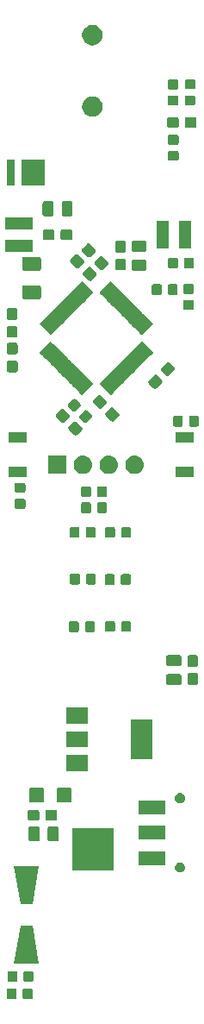
<source format=gbr>
G04 #@! TF.GenerationSoftware,KiCad,Pcbnew,(5.1.0)-1*
G04 #@! TF.CreationDate,2019-05-29T20:43:47+02:00*
G04 #@! TF.ProjectId,WELLER,57454c4c-4552-42e6-9b69-6361645f7063,rev?*
G04 #@! TF.SameCoordinates,Original*
G04 #@! TF.FileFunction,Soldermask,Top*
G04 #@! TF.FilePolarity,Negative*
%FSLAX46Y46*%
G04 Gerber Fmt 4.6, Leading zero omitted, Abs format (unit mm)*
G04 Created by KiCad (PCBNEW (5.1.0)-1) date 2019-05-29 20:43:47*
%MOMM*%
%LPD*%
G04 APERTURE LIST*
%ADD10C,0.100000*%
G04 APERTURE END LIST*
D10*
G36*
X123125791Y-123506285D02*
G01*
X123159769Y-123516593D01*
X123191090Y-123533334D01*
X123218539Y-123555861D01*
X123241066Y-123583310D01*
X123257807Y-123614631D01*
X123268115Y-123648609D01*
X123272200Y-123690090D01*
X123272200Y-124366310D01*
X123268115Y-124407791D01*
X123257807Y-124441769D01*
X123241066Y-124473090D01*
X123218539Y-124500539D01*
X123191090Y-124523066D01*
X123159769Y-124539807D01*
X123125791Y-124550115D01*
X123084310Y-124554200D01*
X122483090Y-124554200D01*
X122441609Y-124550115D01*
X122407631Y-124539807D01*
X122376310Y-124523066D01*
X122348861Y-124500539D01*
X122326334Y-124473090D01*
X122309593Y-124441769D01*
X122299285Y-124407791D01*
X122295200Y-124366310D01*
X122295200Y-123690090D01*
X122299285Y-123648609D01*
X122309593Y-123614631D01*
X122326334Y-123583310D01*
X122348861Y-123555861D01*
X122376310Y-123533334D01*
X122407631Y-123516593D01*
X122441609Y-123506285D01*
X122483090Y-123502200D01*
X123084310Y-123502200D01*
X123125791Y-123506285D01*
X123125791Y-123506285D01*
G37*
G36*
X121550791Y-123506285D02*
G01*
X121584769Y-123516593D01*
X121616090Y-123533334D01*
X121643539Y-123555861D01*
X121666066Y-123583310D01*
X121682807Y-123614631D01*
X121693115Y-123648609D01*
X121697200Y-123690090D01*
X121697200Y-124366310D01*
X121693115Y-124407791D01*
X121682807Y-124441769D01*
X121666066Y-124473090D01*
X121643539Y-124500539D01*
X121616090Y-124523066D01*
X121584769Y-124539807D01*
X121550791Y-124550115D01*
X121509310Y-124554200D01*
X120908090Y-124554200D01*
X120866609Y-124550115D01*
X120832631Y-124539807D01*
X120801310Y-124523066D01*
X120773861Y-124500539D01*
X120751334Y-124473090D01*
X120734593Y-124441769D01*
X120724285Y-124407791D01*
X120720200Y-124366310D01*
X120720200Y-123690090D01*
X120724285Y-123648609D01*
X120734593Y-123614631D01*
X120751334Y-123583310D01*
X120773861Y-123555861D01*
X120801310Y-123533334D01*
X120832631Y-123516593D01*
X120866609Y-123506285D01*
X120908090Y-123502200D01*
X121509310Y-123502200D01*
X121550791Y-123506285D01*
X121550791Y-123506285D01*
G37*
G36*
X121626991Y-121804485D02*
G01*
X121660969Y-121814793D01*
X121692290Y-121831534D01*
X121719739Y-121854061D01*
X121742266Y-121881510D01*
X121759007Y-121912831D01*
X121769315Y-121946809D01*
X121773400Y-121988290D01*
X121773400Y-122664510D01*
X121769315Y-122705991D01*
X121759007Y-122739969D01*
X121742266Y-122771290D01*
X121719739Y-122798739D01*
X121692290Y-122821266D01*
X121660969Y-122838007D01*
X121626991Y-122848315D01*
X121585510Y-122852400D01*
X120984290Y-122852400D01*
X120942809Y-122848315D01*
X120908831Y-122838007D01*
X120877510Y-122821266D01*
X120850061Y-122798739D01*
X120827534Y-122771290D01*
X120810793Y-122739969D01*
X120800485Y-122705991D01*
X120796400Y-122664510D01*
X120796400Y-121988290D01*
X120800485Y-121946809D01*
X120810793Y-121912831D01*
X120827534Y-121881510D01*
X120850061Y-121854061D01*
X120877510Y-121831534D01*
X120908831Y-121814793D01*
X120942809Y-121804485D01*
X120984290Y-121800400D01*
X121585510Y-121800400D01*
X121626991Y-121804485D01*
X121626991Y-121804485D01*
G37*
G36*
X123201991Y-121804485D02*
G01*
X123235969Y-121814793D01*
X123267290Y-121831534D01*
X123294739Y-121854061D01*
X123317266Y-121881510D01*
X123334007Y-121912831D01*
X123344315Y-121946809D01*
X123348400Y-121988290D01*
X123348400Y-122664510D01*
X123344315Y-122705991D01*
X123334007Y-122739969D01*
X123317266Y-122771290D01*
X123294739Y-122798739D01*
X123267290Y-122821266D01*
X123235969Y-122838007D01*
X123201991Y-122848315D01*
X123160510Y-122852400D01*
X122559290Y-122852400D01*
X122517809Y-122848315D01*
X122483831Y-122838007D01*
X122452510Y-122821266D01*
X122425061Y-122798739D01*
X122402534Y-122771290D01*
X122385793Y-122739969D01*
X122375485Y-122705991D01*
X122371400Y-122664510D01*
X122371400Y-121988290D01*
X122375485Y-121946809D01*
X122385793Y-121912831D01*
X122402534Y-121881510D01*
X122425061Y-121854061D01*
X122452510Y-121831534D01*
X122483831Y-121814793D01*
X122517809Y-121804485D01*
X122559290Y-121800400D01*
X123160510Y-121800400D01*
X123201991Y-121804485D01*
X123201991Y-121804485D01*
G37*
G36*
X123866804Y-121032200D02*
G01*
X121446396Y-121032200D01*
X122063396Y-117330200D01*
X123249804Y-117330200D01*
X123866804Y-121032200D01*
X123866804Y-121032200D01*
G37*
G36*
X123249804Y-115232200D02*
G01*
X122063396Y-115232200D01*
X121446396Y-111530200D01*
X123866804Y-111530200D01*
X123249804Y-115232200D01*
X123249804Y-115232200D01*
G37*
G36*
X137867340Y-111138026D02*
G01*
X137915736Y-111147653D01*
X137953502Y-111163296D01*
X138006911Y-111185419D01*
X138006912Y-111185420D01*
X138088969Y-111240248D01*
X138158752Y-111310031D01*
X138158753Y-111310033D01*
X138213581Y-111392089D01*
X138251347Y-111483265D01*
X138270600Y-111580055D01*
X138270600Y-111678745D01*
X138251347Y-111775535D01*
X138213581Y-111866711D01*
X138213580Y-111866712D01*
X138158752Y-111948769D01*
X138088969Y-112018552D01*
X138047662Y-112046152D01*
X138006911Y-112073381D01*
X137953502Y-112095504D01*
X137915736Y-112111147D01*
X137867340Y-112120774D01*
X137818945Y-112130400D01*
X137720255Y-112130400D01*
X137671860Y-112120774D01*
X137623464Y-112111147D01*
X137585698Y-112095504D01*
X137532289Y-112073381D01*
X137491538Y-112046152D01*
X137450231Y-112018552D01*
X137380448Y-111948769D01*
X137325620Y-111866712D01*
X137325619Y-111866711D01*
X137287853Y-111775535D01*
X137268600Y-111678745D01*
X137268600Y-111580055D01*
X137287853Y-111483265D01*
X137325619Y-111392089D01*
X137380447Y-111310033D01*
X137380448Y-111310031D01*
X137450231Y-111240248D01*
X137532288Y-111185420D01*
X137532289Y-111185419D01*
X137585698Y-111163296D01*
X137623464Y-111147653D01*
X137671860Y-111138026D01*
X137720255Y-111128400D01*
X137818945Y-111128400D01*
X137867340Y-111138026D01*
X137867340Y-111138026D01*
G37*
G36*
X131276800Y-111912600D02*
G01*
X127174800Y-111912600D01*
X127174800Y-107810600D01*
X131276800Y-107810600D01*
X131276800Y-111912600D01*
X131276800Y-111912600D01*
G37*
G36*
X136320600Y-111405400D02*
G01*
X133718600Y-111405400D01*
X133718600Y-110053400D01*
X136320600Y-110053400D01*
X136320600Y-111405400D01*
X136320600Y-111405400D01*
G37*
G36*
X125667868Y-107584565D02*
G01*
X125706538Y-107596296D01*
X125742177Y-107615346D01*
X125773417Y-107640983D01*
X125799054Y-107672223D01*
X125818104Y-107707862D01*
X125829835Y-107746532D01*
X125834400Y-107792888D01*
X125834400Y-108869112D01*
X125829835Y-108915468D01*
X125818104Y-108954138D01*
X125799054Y-108989777D01*
X125773417Y-109021017D01*
X125742177Y-109046654D01*
X125706538Y-109065704D01*
X125667868Y-109077435D01*
X125621512Y-109082000D01*
X124970288Y-109082000D01*
X124923932Y-109077435D01*
X124885262Y-109065704D01*
X124849623Y-109046654D01*
X124818383Y-109021017D01*
X124792746Y-108989777D01*
X124773696Y-108954138D01*
X124761965Y-108915468D01*
X124757400Y-108869112D01*
X124757400Y-107792888D01*
X124761965Y-107746532D01*
X124773696Y-107707862D01*
X124792746Y-107672223D01*
X124818383Y-107640983D01*
X124849623Y-107615346D01*
X124885262Y-107596296D01*
X124923932Y-107584565D01*
X124970288Y-107580000D01*
X125621512Y-107580000D01*
X125667868Y-107584565D01*
X125667868Y-107584565D01*
G37*
G36*
X123792868Y-107584565D02*
G01*
X123831538Y-107596296D01*
X123867177Y-107615346D01*
X123898417Y-107640983D01*
X123924054Y-107672223D01*
X123943104Y-107707862D01*
X123954835Y-107746532D01*
X123959400Y-107792888D01*
X123959400Y-108869112D01*
X123954835Y-108915468D01*
X123943104Y-108954138D01*
X123924054Y-108989777D01*
X123898417Y-109021017D01*
X123867177Y-109046654D01*
X123831538Y-109065704D01*
X123792868Y-109077435D01*
X123746512Y-109082000D01*
X123095288Y-109082000D01*
X123048932Y-109077435D01*
X123010262Y-109065704D01*
X122974623Y-109046654D01*
X122943383Y-109021017D01*
X122917746Y-108989777D01*
X122898696Y-108954138D01*
X122886965Y-108915468D01*
X122882400Y-108869112D01*
X122882400Y-107792888D01*
X122886965Y-107746532D01*
X122898696Y-107707862D01*
X122917746Y-107672223D01*
X122943383Y-107640983D01*
X122974623Y-107615346D01*
X123010262Y-107596296D01*
X123048932Y-107584565D01*
X123095288Y-107580000D01*
X123746512Y-107580000D01*
X123792868Y-107584565D01*
X123792868Y-107584565D01*
G37*
G36*
X136320600Y-108905400D02*
G01*
X133718600Y-108905400D01*
X133718600Y-107553400D01*
X136320600Y-107553400D01*
X136320600Y-108905400D01*
X136320600Y-108905400D01*
G37*
G36*
X125520899Y-105980645D02*
G01*
X125558395Y-105992020D01*
X125592954Y-106010492D01*
X125623247Y-106035353D01*
X125648108Y-106065646D01*
X125666580Y-106100205D01*
X125677955Y-106137701D01*
X125682400Y-106182838D01*
X125682400Y-106821562D01*
X125677955Y-106866699D01*
X125666580Y-106904195D01*
X125648108Y-106938754D01*
X125623247Y-106969047D01*
X125592954Y-106993908D01*
X125558395Y-107012380D01*
X125520899Y-107023755D01*
X125475762Y-107028200D01*
X124737038Y-107028200D01*
X124691901Y-107023755D01*
X124654405Y-107012380D01*
X124619846Y-106993908D01*
X124589553Y-106969047D01*
X124564692Y-106938754D01*
X124546220Y-106904195D01*
X124534845Y-106866699D01*
X124530400Y-106821562D01*
X124530400Y-106182838D01*
X124534845Y-106137701D01*
X124546220Y-106100205D01*
X124564692Y-106065646D01*
X124589553Y-106035353D01*
X124619846Y-106010492D01*
X124654405Y-105992020D01*
X124691901Y-105980645D01*
X124737038Y-105976200D01*
X125475762Y-105976200D01*
X125520899Y-105980645D01*
X125520899Y-105980645D01*
G37*
G36*
X123770899Y-105980645D02*
G01*
X123808395Y-105992020D01*
X123842954Y-106010492D01*
X123873247Y-106035353D01*
X123898108Y-106065646D01*
X123916580Y-106100205D01*
X123927955Y-106137701D01*
X123932400Y-106182838D01*
X123932400Y-106821562D01*
X123927955Y-106866699D01*
X123916580Y-106904195D01*
X123898108Y-106938754D01*
X123873247Y-106969047D01*
X123842954Y-106993908D01*
X123808395Y-107012380D01*
X123770899Y-107023755D01*
X123725762Y-107028200D01*
X122987038Y-107028200D01*
X122941901Y-107023755D01*
X122904405Y-107012380D01*
X122869846Y-106993908D01*
X122839553Y-106969047D01*
X122814692Y-106938754D01*
X122796220Y-106904195D01*
X122784845Y-106866699D01*
X122780400Y-106821562D01*
X122780400Y-106182838D01*
X122784845Y-106137701D01*
X122796220Y-106100205D01*
X122814692Y-106065646D01*
X122839553Y-106035353D01*
X122869846Y-106010492D01*
X122904405Y-105992020D01*
X122941901Y-105980645D01*
X122987038Y-105976200D01*
X123725762Y-105976200D01*
X123770899Y-105980645D01*
X123770899Y-105980645D01*
G37*
G36*
X136320600Y-106405400D02*
G01*
X133718600Y-106405400D01*
X133718600Y-105053400D01*
X136320600Y-105053400D01*
X136320600Y-106405400D01*
X136320600Y-106405400D01*
G37*
G36*
X137867340Y-104338026D02*
G01*
X137915736Y-104347653D01*
X137953502Y-104363296D01*
X138006911Y-104385419D01*
X138006912Y-104385420D01*
X138088969Y-104440248D01*
X138158752Y-104510031D01*
X138158753Y-104510033D01*
X138213581Y-104592089D01*
X138251347Y-104683265D01*
X138270600Y-104780055D01*
X138270600Y-104878745D01*
X138251347Y-104975535D01*
X138213581Y-105066711D01*
X138213580Y-105066712D01*
X138158752Y-105148769D01*
X138088969Y-105218552D01*
X138054126Y-105241833D01*
X138006911Y-105273381D01*
X137953502Y-105295504D01*
X137915736Y-105311147D01*
X137867340Y-105320773D01*
X137818945Y-105330400D01*
X137720255Y-105330400D01*
X137671860Y-105320773D01*
X137623464Y-105311147D01*
X137585698Y-105295504D01*
X137532289Y-105273381D01*
X137485074Y-105241833D01*
X137450231Y-105218552D01*
X137380448Y-105148769D01*
X137325620Y-105066712D01*
X137325619Y-105066711D01*
X137287853Y-104975535D01*
X137268600Y-104878745D01*
X137268600Y-104780055D01*
X137287853Y-104683265D01*
X137325619Y-104592089D01*
X137380447Y-104510033D01*
X137380448Y-104510031D01*
X137450231Y-104440248D01*
X137532288Y-104385420D01*
X137532289Y-104385419D01*
X137585698Y-104363296D01*
X137623464Y-104347653D01*
X137671860Y-104338026D01*
X137720255Y-104328400D01*
X137818945Y-104328400D01*
X137867340Y-104338026D01*
X137867340Y-104338026D01*
G37*
G36*
X126966598Y-103799247D02*
G01*
X127002167Y-103810037D01*
X127034939Y-103827554D01*
X127063669Y-103851131D01*
X127087246Y-103879861D01*
X127104763Y-103912633D01*
X127115553Y-103948202D01*
X127119800Y-103991325D01*
X127119800Y-105050675D01*
X127115553Y-105093798D01*
X127104763Y-105129367D01*
X127087246Y-105162139D01*
X127063669Y-105190869D01*
X127034939Y-105214446D01*
X127002167Y-105231963D01*
X126966598Y-105242753D01*
X126923475Y-105247000D01*
X125814125Y-105247000D01*
X125771002Y-105242753D01*
X125735433Y-105231963D01*
X125702661Y-105214446D01*
X125673931Y-105190869D01*
X125650354Y-105162139D01*
X125632837Y-105129367D01*
X125622047Y-105093798D01*
X125617800Y-105050675D01*
X125617800Y-103991325D01*
X125622047Y-103948202D01*
X125632837Y-103912633D01*
X125650354Y-103879861D01*
X125673931Y-103851131D01*
X125702661Y-103827554D01*
X125735433Y-103810037D01*
X125771002Y-103799247D01*
X125814125Y-103795000D01*
X126923475Y-103795000D01*
X126966598Y-103799247D01*
X126966598Y-103799247D01*
G37*
G36*
X124266598Y-103799247D02*
G01*
X124302167Y-103810037D01*
X124334939Y-103827554D01*
X124363669Y-103851131D01*
X124387246Y-103879861D01*
X124404763Y-103912633D01*
X124415553Y-103948202D01*
X124419800Y-103991325D01*
X124419800Y-105050675D01*
X124415553Y-105093798D01*
X124404763Y-105129367D01*
X124387246Y-105162139D01*
X124363669Y-105190869D01*
X124334939Y-105214446D01*
X124302167Y-105231963D01*
X124266598Y-105242753D01*
X124223475Y-105247000D01*
X123114125Y-105247000D01*
X123071002Y-105242753D01*
X123035433Y-105231963D01*
X123002661Y-105214446D01*
X122973931Y-105190869D01*
X122950354Y-105162139D01*
X122932837Y-105129367D01*
X122922047Y-105093798D01*
X122917800Y-105050675D01*
X122917800Y-103991325D01*
X122922047Y-103948202D01*
X122932837Y-103912633D01*
X122950354Y-103879861D01*
X122973931Y-103851131D01*
X123002661Y-103827554D01*
X123035433Y-103810037D01*
X123071002Y-103799247D01*
X123114125Y-103795000D01*
X124223475Y-103795000D01*
X124266598Y-103799247D01*
X124266598Y-103799247D01*
G37*
G36*
X128711000Y-102161000D02*
G01*
X126609000Y-102161000D01*
X126609000Y-100559000D01*
X128711000Y-100559000D01*
X128711000Y-102161000D01*
X128711000Y-102161000D01*
G37*
G36*
X135011000Y-101011000D02*
G01*
X132909000Y-101011000D01*
X132909000Y-97109000D01*
X135011000Y-97109000D01*
X135011000Y-101011000D01*
X135011000Y-101011000D01*
G37*
G36*
X128711000Y-99861000D02*
G01*
X126609000Y-99861000D01*
X126609000Y-98259000D01*
X128711000Y-98259000D01*
X128711000Y-99861000D01*
X128711000Y-99861000D01*
G37*
G36*
X128711000Y-97561000D02*
G01*
X126609000Y-97561000D01*
X126609000Y-95959000D01*
X128711000Y-95959000D01*
X128711000Y-97561000D01*
X128711000Y-97561000D01*
G37*
G36*
X137744468Y-92656365D02*
G01*
X137783138Y-92668096D01*
X137818777Y-92687146D01*
X137850017Y-92712783D01*
X137875654Y-92744023D01*
X137894704Y-92779662D01*
X137906435Y-92818332D01*
X137911000Y-92864688D01*
X137911000Y-93515912D01*
X137906435Y-93562268D01*
X137894704Y-93600938D01*
X137875654Y-93636577D01*
X137850017Y-93667817D01*
X137818777Y-93693454D01*
X137783138Y-93712504D01*
X137744468Y-93724235D01*
X137698112Y-93728800D01*
X136621888Y-93728800D01*
X136575532Y-93724235D01*
X136536862Y-93712504D01*
X136501223Y-93693454D01*
X136469983Y-93667817D01*
X136444346Y-93636577D01*
X136425296Y-93600938D01*
X136413565Y-93562268D01*
X136409000Y-93515912D01*
X136409000Y-92864688D01*
X136413565Y-92818332D01*
X136425296Y-92779662D01*
X136444346Y-92744023D01*
X136469983Y-92712783D01*
X136501223Y-92687146D01*
X136536862Y-92668096D01*
X136575532Y-92656365D01*
X136621888Y-92651800D01*
X137698112Y-92651800D01*
X137744468Y-92656365D01*
X137744468Y-92656365D01*
G37*
G36*
X139378699Y-92556245D02*
G01*
X139416195Y-92567620D01*
X139450754Y-92586092D01*
X139481047Y-92610953D01*
X139505908Y-92641246D01*
X139524380Y-92675805D01*
X139535755Y-92713301D01*
X139540200Y-92758438D01*
X139540200Y-93497162D01*
X139535755Y-93542299D01*
X139524380Y-93579795D01*
X139505908Y-93614354D01*
X139481047Y-93644647D01*
X139450754Y-93669508D01*
X139416195Y-93687980D01*
X139378699Y-93699355D01*
X139333562Y-93703800D01*
X138694838Y-93703800D01*
X138649701Y-93699355D01*
X138612205Y-93687980D01*
X138577646Y-93669508D01*
X138547353Y-93644647D01*
X138522492Y-93614354D01*
X138504020Y-93579795D01*
X138492645Y-93542299D01*
X138488200Y-93497162D01*
X138488200Y-92758438D01*
X138492645Y-92713301D01*
X138504020Y-92675805D01*
X138522492Y-92641246D01*
X138547353Y-92610953D01*
X138577646Y-92586092D01*
X138612205Y-92567620D01*
X138649701Y-92556245D01*
X138694838Y-92551800D01*
X139333562Y-92551800D01*
X139378699Y-92556245D01*
X139378699Y-92556245D01*
G37*
G36*
X139378699Y-90806245D02*
G01*
X139416195Y-90817620D01*
X139450754Y-90836092D01*
X139481047Y-90860953D01*
X139505908Y-90891246D01*
X139524380Y-90925805D01*
X139535755Y-90963301D01*
X139540200Y-91008438D01*
X139540200Y-91747162D01*
X139535755Y-91792299D01*
X139524380Y-91829795D01*
X139505908Y-91864354D01*
X139481047Y-91894647D01*
X139450754Y-91919508D01*
X139416195Y-91937980D01*
X139378699Y-91949355D01*
X139333562Y-91953800D01*
X138694838Y-91953800D01*
X138649701Y-91949355D01*
X138612205Y-91937980D01*
X138577646Y-91919508D01*
X138547353Y-91894647D01*
X138522492Y-91864354D01*
X138504020Y-91829795D01*
X138492645Y-91792299D01*
X138488200Y-91747162D01*
X138488200Y-91008438D01*
X138492645Y-90963301D01*
X138504020Y-90925805D01*
X138522492Y-90891246D01*
X138547353Y-90860953D01*
X138577646Y-90836092D01*
X138612205Y-90817620D01*
X138649701Y-90806245D01*
X138694838Y-90801800D01*
X139333562Y-90801800D01*
X139378699Y-90806245D01*
X139378699Y-90806245D01*
G37*
G36*
X137744468Y-90781365D02*
G01*
X137783138Y-90793096D01*
X137818777Y-90812146D01*
X137850017Y-90837783D01*
X137875654Y-90869023D01*
X137894704Y-90904662D01*
X137906435Y-90943332D01*
X137911000Y-90989688D01*
X137911000Y-91640912D01*
X137906435Y-91687268D01*
X137894704Y-91725938D01*
X137875654Y-91761577D01*
X137850017Y-91792817D01*
X137818777Y-91818454D01*
X137783138Y-91837504D01*
X137744468Y-91849235D01*
X137698112Y-91853800D01*
X136621888Y-91853800D01*
X136575532Y-91849235D01*
X136536862Y-91837504D01*
X136501223Y-91818454D01*
X136469983Y-91792817D01*
X136444346Y-91761577D01*
X136425296Y-91725938D01*
X136413565Y-91687268D01*
X136409000Y-91640912D01*
X136409000Y-90989688D01*
X136413565Y-90943332D01*
X136425296Y-90904662D01*
X136444346Y-90869023D01*
X136469983Y-90837783D01*
X136501223Y-90812146D01*
X136536862Y-90793096D01*
X136575532Y-90781365D01*
X136621888Y-90776800D01*
X137698112Y-90776800D01*
X137744468Y-90781365D01*
X137744468Y-90781365D01*
G37*
G36*
X127672191Y-87489085D02*
G01*
X127706169Y-87499393D01*
X127737490Y-87516134D01*
X127764939Y-87538661D01*
X127787466Y-87566110D01*
X127804207Y-87597431D01*
X127814515Y-87631409D01*
X127818600Y-87672890D01*
X127818600Y-88349110D01*
X127814515Y-88390591D01*
X127804207Y-88424569D01*
X127787466Y-88455890D01*
X127764939Y-88483339D01*
X127737490Y-88505866D01*
X127706169Y-88522607D01*
X127672191Y-88532915D01*
X127630710Y-88537000D01*
X127029490Y-88537000D01*
X126988009Y-88532915D01*
X126954031Y-88522607D01*
X126922710Y-88505866D01*
X126895261Y-88483339D01*
X126872734Y-88455890D01*
X126855993Y-88424569D01*
X126845685Y-88390591D01*
X126841600Y-88349110D01*
X126841600Y-87672890D01*
X126845685Y-87631409D01*
X126855993Y-87597431D01*
X126872734Y-87566110D01*
X126895261Y-87538661D01*
X126922710Y-87516134D01*
X126954031Y-87499393D01*
X126988009Y-87489085D01*
X127029490Y-87485000D01*
X127630710Y-87485000D01*
X127672191Y-87489085D01*
X127672191Y-87489085D01*
G37*
G36*
X129247191Y-87489085D02*
G01*
X129281169Y-87499393D01*
X129312490Y-87516134D01*
X129339939Y-87538661D01*
X129362466Y-87566110D01*
X129379207Y-87597431D01*
X129389515Y-87631409D01*
X129393600Y-87672890D01*
X129393600Y-88349110D01*
X129389515Y-88390591D01*
X129379207Y-88424569D01*
X129362466Y-88455890D01*
X129339939Y-88483339D01*
X129312490Y-88505866D01*
X129281169Y-88522607D01*
X129247191Y-88532915D01*
X129205710Y-88537000D01*
X128604490Y-88537000D01*
X128563009Y-88532915D01*
X128529031Y-88522607D01*
X128497710Y-88505866D01*
X128470261Y-88483339D01*
X128447734Y-88455890D01*
X128430993Y-88424569D01*
X128420685Y-88390591D01*
X128416600Y-88349110D01*
X128416600Y-87672890D01*
X128420685Y-87631409D01*
X128430993Y-87597431D01*
X128447734Y-87566110D01*
X128470261Y-87538661D01*
X128497710Y-87516134D01*
X128529031Y-87499393D01*
X128563009Y-87489085D01*
X128604490Y-87485000D01*
X129205710Y-87485000D01*
X129247191Y-87489085D01*
X129247191Y-87489085D01*
G37*
G36*
X131228291Y-87463685D02*
G01*
X131262269Y-87473993D01*
X131293590Y-87490734D01*
X131321039Y-87513261D01*
X131343566Y-87540710D01*
X131360307Y-87572031D01*
X131370615Y-87606009D01*
X131374700Y-87647490D01*
X131374700Y-88323710D01*
X131370615Y-88365191D01*
X131360307Y-88399169D01*
X131343566Y-88430490D01*
X131321039Y-88457939D01*
X131293590Y-88480466D01*
X131262269Y-88497207D01*
X131228291Y-88507515D01*
X131186810Y-88511600D01*
X130585590Y-88511600D01*
X130544109Y-88507515D01*
X130510131Y-88497207D01*
X130478810Y-88480466D01*
X130451361Y-88457939D01*
X130428834Y-88430490D01*
X130412093Y-88399169D01*
X130401785Y-88365191D01*
X130397700Y-88323710D01*
X130397700Y-87647490D01*
X130401785Y-87606009D01*
X130412093Y-87572031D01*
X130428834Y-87540710D01*
X130451361Y-87513261D01*
X130478810Y-87490734D01*
X130510131Y-87473993D01*
X130544109Y-87463685D01*
X130585590Y-87459600D01*
X131186810Y-87459600D01*
X131228291Y-87463685D01*
X131228291Y-87463685D01*
G37*
G36*
X132803291Y-87463685D02*
G01*
X132837269Y-87473993D01*
X132868590Y-87490734D01*
X132896039Y-87513261D01*
X132918566Y-87540710D01*
X132935307Y-87572031D01*
X132945615Y-87606009D01*
X132949700Y-87647490D01*
X132949700Y-88323710D01*
X132945615Y-88365191D01*
X132935307Y-88399169D01*
X132918566Y-88430490D01*
X132896039Y-88457939D01*
X132868590Y-88480466D01*
X132837269Y-88497207D01*
X132803291Y-88507515D01*
X132761810Y-88511600D01*
X132160590Y-88511600D01*
X132119109Y-88507515D01*
X132085131Y-88497207D01*
X132053810Y-88480466D01*
X132026361Y-88457939D01*
X132003834Y-88430490D01*
X131987093Y-88399169D01*
X131976785Y-88365191D01*
X131972700Y-88323710D01*
X131972700Y-87647490D01*
X131976785Y-87606009D01*
X131987093Y-87572031D01*
X132003834Y-87540710D01*
X132026361Y-87513261D01*
X132053810Y-87490734D01*
X132085131Y-87473993D01*
X132119109Y-87463685D01*
X132160590Y-87459600D01*
X132761810Y-87459600D01*
X132803291Y-87463685D01*
X132803291Y-87463685D01*
G37*
G36*
X131202891Y-82847235D02*
G01*
X131236869Y-82857543D01*
X131268190Y-82874284D01*
X131295639Y-82896811D01*
X131318166Y-82924260D01*
X131334907Y-82955581D01*
X131345215Y-82989559D01*
X131349300Y-83031040D01*
X131349300Y-83707260D01*
X131345215Y-83748741D01*
X131334907Y-83782719D01*
X131318166Y-83814040D01*
X131295639Y-83841489D01*
X131268190Y-83864016D01*
X131236869Y-83880757D01*
X131202891Y-83891065D01*
X131161410Y-83895150D01*
X130560190Y-83895150D01*
X130518709Y-83891065D01*
X130484731Y-83880757D01*
X130453410Y-83864016D01*
X130425961Y-83841489D01*
X130403434Y-83814040D01*
X130386693Y-83782719D01*
X130376385Y-83748741D01*
X130372300Y-83707260D01*
X130372300Y-83031040D01*
X130376385Y-82989559D01*
X130386693Y-82955581D01*
X130403434Y-82924260D01*
X130425961Y-82896811D01*
X130453410Y-82874284D01*
X130484731Y-82857543D01*
X130518709Y-82847235D01*
X130560190Y-82843150D01*
X131161410Y-82843150D01*
X131202891Y-82847235D01*
X131202891Y-82847235D01*
G37*
G36*
X132777891Y-82847235D02*
G01*
X132811869Y-82857543D01*
X132843190Y-82874284D01*
X132870639Y-82896811D01*
X132893166Y-82924260D01*
X132909907Y-82955581D01*
X132920215Y-82989559D01*
X132924300Y-83031040D01*
X132924300Y-83707260D01*
X132920215Y-83748741D01*
X132909907Y-83782719D01*
X132893166Y-83814040D01*
X132870639Y-83841489D01*
X132843190Y-83864016D01*
X132811869Y-83880757D01*
X132777891Y-83891065D01*
X132736410Y-83895150D01*
X132135190Y-83895150D01*
X132093709Y-83891065D01*
X132059731Y-83880757D01*
X132028410Y-83864016D01*
X132000961Y-83841489D01*
X131978434Y-83814040D01*
X131961693Y-83782719D01*
X131951385Y-83748741D01*
X131947300Y-83707260D01*
X131947300Y-83031040D01*
X131951385Y-82989559D01*
X131961693Y-82955581D01*
X131978434Y-82924260D01*
X132000961Y-82896811D01*
X132028410Y-82874284D01*
X132059731Y-82857543D01*
X132093709Y-82847235D01*
X132135190Y-82843150D01*
X132736410Y-82843150D01*
X132777891Y-82847235D01*
X132777891Y-82847235D01*
G37*
G36*
X127773791Y-82815485D02*
G01*
X127807769Y-82825793D01*
X127839090Y-82842534D01*
X127866539Y-82865061D01*
X127889066Y-82892510D01*
X127905807Y-82923831D01*
X127916115Y-82957809D01*
X127920200Y-82999290D01*
X127920200Y-83675510D01*
X127916115Y-83716991D01*
X127905807Y-83750969D01*
X127889066Y-83782290D01*
X127866539Y-83809739D01*
X127839090Y-83832266D01*
X127807769Y-83849007D01*
X127773791Y-83859315D01*
X127732310Y-83863400D01*
X127131090Y-83863400D01*
X127089609Y-83859315D01*
X127055631Y-83849007D01*
X127024310Y-83832266D01*
X126996861Y-83809739D01*
X126974334Y-83782290D01*
X126957593Y-83750969D01*
X126947285Y-83716991D01*
X126943200Y-83675510D01*
X126943200Y-82999290D01*
X126947285Y-82957809D01*
X126957593Y-82923831D01*
X126974334Y-82892510D01*
X126996861Y-82865061D01*
X127024310Y-82842534D01*
X127055631Y-82825793D01*
X127089609Y-82815485D01*
X127131090Y-82811400D01*
X127732310Y-82811400D01*
X127773791Y-82815485D01*
X127773791Y-82815485D01*
G37*
G36*
X129348791Y-82815485D02*
G01*
X129382769Y-82825793D01*
X129414090Y-82842534D01*
X129441539Y-82865061D01*
X129464066Y-82892510D01*
X129480807Y-82923831D01*
X129491115Y-82957809D01*
X129495200Y-82999290D01*
X129495200Y-83675510D01*
X129491115Y-83716991D01*
X129480807Y-83750969D01*
X129464066Y-83782290D01*
X129441539Y-83809739D01*
X129414090Y-83832266D01*
X129382769Y-83849007D01*
X129348791Y-83859315D01*
X129307310Y-83863400D01*
X128706090Y-83863400D01*
X128664609Y-83859315D01*
X128630631Y-83849007D01*
X128599310Y-83832266D01*
X128571861Y-83809739D01*
X128549334Y-83782290D01*
X128532593Y-83750969D01*
X128522285Y-83716991D01*
X128518200Y-83675510D01*
X128518200Y-82999290D01*
X128522285Y-82957809D01*
X128532593Y-82923831D01*
X128549334Y-82892510D01*
X128571861Y-82865061D01*
X128599310Y-82842534D01*
X128630631Y-82825793D01*
X128664609Y-82815485D01*
X128706090Y-82811400D01*
X129307310Y-82811400D01*
X129348791Y-82815485D01*
X129348791Y-82815485D01*
G37*
G36*
X131228291Y-78230785D02*
G01*
X131262269Y-78241093D01*
X131293590Y-78257834D01*
X131321039Y-78280361D01*
X131343566Y-78307810D01*
X131360307Y-78339131D01*
X131370615Y-78373109D01*
X131374700Y-78414590D01*
X131374700Y-79090810D01*
X131370615Y-79132291D01*
X131360307Y-79166269D01*
X131343566Y-79197590D01*
X131321039Y-79225039D01*
X131293590Y-79247566D01*
X131262269Y-79264307D01*
X131228291Y-79274615D01*
X131186810Y-79278700D01*
X130585590Y-79278700D01*
X130544109Y-79274615D01*
X130510131Y-79264307D01*
X130478810Y-79247566D01*
X130451361Y-79225039D01*
X130428834Y-79197590D01*
X130412093Y-79166269D01*
X130401785Y-79132291D01*
X130397700Y-79090810D01*
X130397700Y-78414590D01*
X130401785Y-78373109D01*
X130412093Y-78339131D01*
X130428834Y-78307810D01*
X130451361Y-78280361D01*
X130478810Y-78257834D01*
X130510131Y-78241093D01*
X130544109Y-78230785D01*
X130585590Y-78226700D01*
X131186810Y-78226700D01*
X131228291Y-78230785D01*
X131228291Y-78230785D01*
G37*
G36*
X132803291Y-78230785D02*
G01*
X132837269Y-78241093D01*
X132868590Y-78257834D01*
X132896039Y-78280361D01*
X132918566Y-78307810D01*
X132935307Y-78339131D01*
X132945615Y-78373109D01*
X132949700Y-78414590D01*
X132949700Y-79090810D01*
X132945615Y-79132291D01*
X132935307Y-79166269D01*
X132918566Y-79197590D01*
X132896039Y-79225039D01*
X132868590Y-79247566D01*
X132837269Y-79264307D01*
X132803291Y-79274615D01*
X132761810Y-79278700D01*
X132160590Y-79278700D01*
X132119109Y-79274615D01*
X132085131Y-79264307D01*
X132053810Y-79247566D01*
X132026361Y-79225039D01*
X132003834Y-79197590D01*
X131987093Y-79166269D01*
X131976785Y-79132291D01*
X131972700Y-79090810D01*
X131972700Y-78414590D01*
X131976785Y-78373109D01*
X131987093Y-78339131D01*
X132003834Y-78307810D01*
X132026361Y-78280361D01*
X132053810Y-78257834D01*
X132085131Y-78241093D01*
X132119109Y-78230785D01*
X132160590Y-78226700D01*
X132761810Y-78226700D01*
X132803291Y-78230785D01*
X132803291Y-78230785D01*
G37*
G36*
X127748291Y-78218085D02*
G01*
X127782269Y-78228393D01*
X127813590Y-78245134D01*
X127841039Y-78267661D01*
X127863566Y-78295110D01*
X127880307Y-78326431D01*
X127890615Y-78360409D01*
X127894700Y-78401890D01*
X127894700Y-79078110D01*
X127890615Y-79119591D01*
X127880307Y-79153569D01*
X127863566Y-79184890D01*
X127841039Y-79212339D01*
X127813590Y-79234866D01*
X127782269Y-79251607D01*
X127748291Y-79261915D01*
X127706810Y-79266000D01*
X127105590Y-79266000D01*
X127064109Y-79261915D01*
X127030131Y-79251607D01*
X126998810Y-79234866D01*
X126971361Y-79212339D01*
X126948834Y-79184890D01*
X126932093Y-79153569D01*
X126921785Y-79119591D01*
X126917700Y-79078110D01*
X126917700Y-78401890D01*
X126921785Y-78360409D01*
X126932093Y-78326431D01*
X126948834Y-78295110D01*
X126971361Y-78267661D01*
X126998810Y-78245134D01*
X127030131Y-78228393D01*
X127064109Y-78218085D01*
X127105590Y-78214000D01*
X127706810Y-78214000D01*
X127748291Y-78218085D01*
X127748291Y-78218085D01*
G37*
G36*
X129323291Y-78218085D02*
G01*
X129357269Y-78228393D01*
X129388590Y-78245134D01*
X129416039Y-78267661D01*
X129438566Y-78295110D01*
X129455307Y-78326431D01*
X129465615Y-78360409D01*
X129469700Y-78401890D01*
X129469700Y-79078110D01*
X129465615Y-79119591D01*
X129455307Y-79153569D01*
X129438566Y-79184890D01*
X129416039Y-79212339D01*
X129388590Y-79234866D01*
X129357269Y-79251607D01*
X129323291Y-79261915D01*
X129281810Y-79266000D01*
X128680590Y-79266000D01*
X128639109Y-79261915D01*
X128605131Y-79251607D01*
X128573810Y-79234866D01*
X128546361Y-79212339D01*
X128523834Y-79184890D01*
X128507093Y-79153569D01*
X128496785Y-79119591D01*
X128492700Y-79078110D01*
X128492700Y-78401890D01*
X128496785Y-78360409D01*
X128507093Y-78326431D01*
X128523834Y-78295110D01*
X128546361Y-78267661D01*
X128573810Y-78245134D01*
X128605131Y-78228393D01*
X128639109Y-78218085D01*
X128680590Y-78214000D01*
X129281810Y-78214000D01*
X129323291Y-78218085D01*
X129323291Y-78218085D01*
G37*
G36*
X130440991Y-75805085D02*
G01*
X130474969Y-75815393D01*
X130506290Y-75832134D01*
X130533739Y-75854661D01*
X130556266Y-75882110D01*
X130573007Y-75913431D01*
X130583315Y-75947409D01*
X130587400Y-75988890D01*
X130587400Y-76665110D01*
X130583315Y-76706591D01*
X130573007Y-76740569D01*
X130556266Y-76771890D01*
X130533739Y-76799339D01*
X130506290Y-76821866D01*
X130474969Y-76838607D01*
X130440991Y-76848915D01*
X130399510Y-76853000D01*
X129798290Y-76853000D01*
X129756809Y-76848915D01*
X129722831Y-76838607D01*
X129691510Y-76821866D01*
X129664061Y-76799339D01*
X129641534Y-76771890D01*
X129624793Y-76740569D01*
X129614485Y-76706591D01*
X129610400Y-76665110D01*
X129610400Y-75988890D01*
X129614485Y-75947409D01*
X129624793Y-75913431D01*
X129641534Y-75882110D01*
X129664061Y-75854661D01*
X129691510Y-75832134D01*
X129722831Y-75815393D01*
X129756809Y-75805085D01*
X129798290Y-75801000D01*
X130399510Y-75801000D01*
X130440991Y-75805085D01*
X130440991Y-75805085D01*
G37*
G36*
X128865991Y-75805085D02*
G01*
X128899969Y-75815393D01*
X128931290Y-75832134D01*
X128958739Y-75854661D01*
X128981266Y-75882110D01*
X128998007Y-75913431D01*
X129008315Y-75947409D01*
X129012400Y-75988890D01*
X129012400Y-76665110D01*
X129008315Y-76706591D01*
X128998007Y-76740569D01*
X128981266Y-76771890D01*
X128958739Y-76799339D01*
X128931290Y-76821866D01*
X128899969Y-76838607D01*
X128865991Y-76848915D01*
X128824510Y-76853000D01*
X128223290Y-76853000D01*
X128181809Y-76848915D01*
X128147831Y-76838607D01*
X128116510Y-76821866D01*
X128089061Y-76799339D01*
X128066534Y-76771890D01*
X128049793Y-76740569D01*
X128039485Y-76706591D01*
X128035400Y-76665110D01*
X128035400Y-75988890D01*
X128039485Y-75947409D01*
X128049793Y-75913431D01*
X128066534Y-75882110D01*
X128089061Y-75854661D01*
X128116510Y-75832134D01*
X128147831Y-75815393D01*
X128181809Y-75805085D01*
X128223290Y-75801000D01*
X128824510Y-75801000D01*
X128865991Y-75805085D01*
X128865991Y-75805085D01*
G37*
G36*
X122416431Y-75451525D02*
G01*
X122450409Y-75461833D01*
X122481730Y-75478574D01*
X122509179Y-75501101D01*
X122531706Y-75528550D01*
X122548447Y-75559871D01*
X122558755Y-75593849D01*
X122562840Y-75635330D01*
X122562840Y-76236550D01*
X122558755Y-76278031D01*
X122548447Y-76312009D01*
X122531706Y-76343330D01*
X122509179Y-76370779D01*
X122481730Y-76393306D01*
X122450409Y-76410047D01*
X122416431Y-76420355D01*
X122374950Y-76424440D01*
X121698730Y-76424440D01*
X121657249Y-76420355D01*
X121623271Y-76410047D01*
X121591950Y-76393306D01*
X121564501Y-76370779D01*
X121541974Y-76343330D01*
X121525233Y-76312009D01*
X121514925Y-76278031D01*
X121510840Y-76236550D01*
X121510840Y-75635330D01*
X121514925Y-75593849D01*
X121525233Y-75559871D01*
X121541974Y-75528550D01*
X121564501Y-75501101D01*
X121591950Y-75478574D01*
X121623271Y-75461833D01*
X121657249Y-75451525D01*
X121698730Y-75447440D01*
X122374950Y-75447440D01*
X122416431Y-75451525D01*
X122416431Y-75451525D01*
G37*
G36*
X128865991Y-74230285D02*
G01*
X128899969Y-74240593D01*
X128931290Y-74257334D01*
X128958739Y-74279861D01*
X128981266Y-74307310D01*
X128998007Y-74338631D01*
X129008315Y-74372609D01*
X129012400Y-74414090D01*
X129012400Y-75090310D01*
X129008315Y-75131791D01*
X128998007Y-75165769D01*
X128981266Y-75197090D01*
X128958739Y-75224539D01*
X128931290Y-75247066D01*
X128899969Y-75263807D01*
X128865991Y-75274115D01*
X128824510Y-75278200D01*
X128223290Y-75278200D01*
X128181809Y-75274115D01*
X128147831Y-75263807D01*
X128116510Y-75247066D01*
X128089061Y-75224539D01*
X128066534Y-75197090D01*
X128049793Y-75165769D01*
X128039485Y-75131791D01*
X128035400Y-75090310D01*
X128035400Y-74414090D01*
X128039485Y-74372609D01*
X128049793Y-74338631D01*
X128066534Y-74307310D01*
X128089061Y-74279861D01*
X128116510Y-74257334D01*
X128147831Y-74240593D01*
X128181809Y-74230285D01*
X128223290Y-74226200D01*
X128824510Y-74226200D01*
X128865991Y-74230285D01*
X128865991Y-74230285D01*
G37*
G36*
X130440991Y-74230285D02*
G01*
X130474969Y-74240593D01*
X130506290Y-74257334D01*
X130533739Y-74279861D01*
X130556266Y-74307310D01*
X130573007Y-74338631D01*
X130583315Y-74372609D01*
X130587400Y-74414090D01*
X130587400Y-75090310D01*
X130583315Y-75131791D01*
X130573007Y-75165769D01*
X130556266Y-75197090D01*
X130533739Y-75224539D01*
X130506290Y-75247066D01*
X130474969Y-75263807D01*
X130440991Y-75274115D01*
X130399510Y-75278200D01*
X129798290Y-75278200D01*
X129756809Y-75274115D01*
X129722831Y-75263807D01*
X129691510Y-75247066D01*
X129664061Y-75224539D01*
X129641534Y-75197090D01*
X129624793Y-75165769D01*
X129614485Y-75131791D01*
X129610400Y-75090310D01*
X129610400Y-74414090D01*
X129614485Y-74372609D01*
X129624793Y-74338631D01*
X129641534Y-74307310D01*
X129664061Y-74279861D01*
X129691510Y-74257334D01*
X129722831Y-74240593D01*
X129756809Y-74230285D01*
X129798290Y-74226200D01*
X130399510Y-74226200D01*
X130440991Y-74230285D01*
X130440991Y-74230285D01*
G37*
G36*
X122416431Y-73876525D02*
G01*
X122450409Y-73886833D01*
X122481730Y-73903574D01*
X122509179Y-73926101D01*
X122531706Y-73953550D01*
X122548447Y-73984871D01*
X122558755Y-74018849D01*
X122562840Y-74060330D01*
X122562840Y-74661550D01*
X122558755Y-74703031D01*
X122548447Y-74737009D01*
X122531706Y-74768330D01*
X122509179Y-74795779D01*
X122481730Y-74818306D01*
X122450409Y-74835047D01*
X122416431Y-74845355D01*
X122374950Y-74849440D01*
X121698730Y-74849440D01*
X121657249Y-74845355D01*
X121623271Y-74835047D01*
X121591950Y-74818306D01*
X121564501Y-74795779D01*
X121541974Y-74768330D01*
X121525233Y-74737009D01*
X121514925Y-74703031D01*
X121510840Y-74661550D01*
X121510840Y-74060330D01*
X121514925Y-74018849D01*
X121525233Y-73984871D01*
X121541974Y-73953550D01*
X121564501Y-73926101D01*
X121591950Y-73903574D01*
X121623271Y-73886833D01*
X121657249Y-73876525D01*
X121698730Y-73872440D01*
X122374950Y-73872440D01*
X122416431Y-73876525D01*
X122416431Y-73876525D01*
G37*
G36*
X139127800Y-73321000D02*
G01*
X137325800Y-73321000D01*
X137325800Y-72319000D01*
X139127800Y-72319000D01*
X139127800Y-73321000D01*
X139127800Y-73321000D01*
G37*
G36*
X122719400Y-73321000D02*
G01*
X120917400Y-73321000D01*
X120917400Y-72319000D01*
X122719400Y-72319000D01*
X122719400Y-73321000D01*
X122719400Y-73321000D01*
G37*
G36*
X128329643Y-71216119D02*
G01*
X128395827Y-71222637D01*
X128565666Y-71274157D01*
X128722191Y-71357822D01*
X128757929Y-71387152D01*
X128859386Y-71470414D01*
X128942648Y-71571871D01*
X128971978Y-71607609D01*
X129055643Y-71764134D01*
X129107163Y-71933973D01*
X129124559Y-72110600D01*
X129107163Y-72287227D01*
X129055643Y-72457066D01*
X128971978Y-72613591D01*
X128942648Y-72649329D01*
X128859386Y-72750786D01*
X128757929Y-72834048D01*
X128722191Y-72863378D01*
X128565666Y-72947043D01*
X128395827Y-72998563D01*
X128329643Y-73005081D01*
X128263460Y-73011600D01*
X128174940Y-73011600D01*
X128108757Y-73005081D01*
X128042573Y-72998563D01*
X127872734Y-72947043D01*
X127716209Y-72863378D01*
X127680471Y-72834048D01*
X127579014Y-72750786D01*
X127495752Y-72649329D01*
X127466422Y-72613591D01*
X127382757Y-72457066D01*
X127331237Y-72287227D01*
X127313841Y-72110600D01*
X127331237Y-71933973D01*
X127382757Y-71764134D01*
X127466422Y-71607609D01*
X127495752Y-71571871D01*
X127579014Y-71470414D01*
X127680471Y-71387152D01*
X127716209Y-71357822D01*
X127872734Y-71274157D01*
X128042573Y-71222637D01*
X128108757Y-71216119D01*
X128174940Y-71209600D01*
X128263460Y-71209600D01*
X128329643Y-71216119D01*
X128329643Y-71216119D01*
G37*
G36*
X126580200Y-73011600D02*
G01*
X124778200Y-73011600D01*
X124778200Y-71209600D01*
X126580200Y-71209600D01*
X126580200Y-73011600D01*
X126580200Y-73011600D01*
G37*
G36*
X130869643Y-71216119D02*
G01*
X130935827Y-71222637D01*
X131105666Y-71274157D01*
X131262191Y-71357822D01*
X131297929Y-71387152D01*
X131399386Y-71470414D01*
X131482648Y-71571871D01*
X131511978Y-71607609D01*
X131595643Y-71764134D01*
X131647163Y-71933973D01*
X131664559Y-72110600D01*
X131647163Y-72287227D01*
X131595643Y-72457066D01*
X131511978Y-72613591D01*
X131482648Y-72649329D01*
X131399386Y-72750786D01*
X131297929Y-72834048D01*
X131262191Y-72863378D01*
X131105666Y-72947043D01*
X130935827Y-72998563D01*
X130869643Y-73005081D01*
X130803460Y-73011600D01*
X130714940Y-73011600D01*
X130648757Y-73005081D01*
X130582573Y-72998563D01*
X130412734Y-72947043D01*
X130256209Y-72863378D01*
X130220471Y-72834048D01*
X130119014Y-72750786D01*
X130035752Y-72649329D01*
X130006422Y-72613591D01*
X129922757Y-72457066D01*
X129871237Y-72287227D01*
X129853841Y-72110600D01*
X129871237Y-71933973D01*
X129922757Y-71764134D01*
X130006422Y-71607609D01*
X130035752Y-71571871D01*
X130119014Y-71470414D01*
X130220471Y-71387152D01*
X130256209Y-71357822D01*
X130412734Y-71274157D01*
X130582573Y-71222637D01*
X130648757Y-71216119D01*
X130714940Y-71209600D01*
X130803460Y-71209600D01*
X130869643Y-71216119D01*
X130869643Y-71216119D01*
G37*
G36*
X133409643Y-71216119D02*
G01*
X133475827Y-71222637D01*
X133645666Y-71274157D01*
X133802191Y-71357822D01*
X133837929Y-71387152D01*
X133939386Y-71470414D01*
X134022648Y-71571871D01*
X134051978Y-71607609D01*
X134135643Y-71764134D01*
X134187163Y-71933973D01*
X134204559Y-72110600D01*
X134187163Y-72287227D01*
X134135643Y-72457066D01*
X134051978Y-72613591D01*
X134022648Y-72649329D01*
X133939386Y-72750786D01*
X133837929Y-72834048D01*
X133802191Y-72863378D01*
X133645666Y-72947043D01*
X133475827Y-72998563D01*
X133409643Y-73005081D01*
X133343460Y-73011600D01*
X133254940Y-73011600D01*
X133188757Y-73005081D01*
X133122573Y-72998563D01*
X132952734Y-72947043D01*
X132796209Y-72863378D01*
X132760471Y-72834048D01*
X132659014Y-72750786D01*
X132575752Y-72649329D01*
X132546422Y-72613591D01*
X132462757Y-72457066D01*
X132411237Y-72287227D01*
X132393841Y-72110600D01*
X132411237Y-71933973D01*
X132462757Y-71764134D01*
X132546422Y-71607609D01*
X132575752Y-71571871D01*
X132659014Y-71470414D01*
X132760471Y-71387152D01*
X132796209Y-71357822D01*
X132952734Y-71274157D01*
X133122573Y-71222637D01*
X133188757Y-71216119D01*
X133254940Y-71209600D01*
X133343460Y-71209600D01*
X133409643Y-71216119D01*
X133409643Y-71216119D01*
G37*
G36*
X139127800Y-69921000D02*
G01*
X137325800Y-69921000D01*
X137325800Y-68919000D01*
X139127800Y-68919000D01*
X139127800Y-69921000D01*
X139127800Y-69921000D01*
G37*
G36*
X122719400Y-69921000D02*
G01*
X120917400Y-69921000D01*
X120917400Y-68919000D01*
X122719400Y-68919000D01*
X122719400Y-69921000D01*
X122719400Y-69921000D01*
G37*
G36*
X127469962Y-67846581D02*
G01*
X127507458Y-67857956D01*
X127542017Y-67876428D01*
X127577081Y-67905204D01*
X128099432Y-68427555D01*
X128128208Y-68462619D01*
X128146680Y-68497178D01*
X128158055Y-68534674D01*
X128161895Y-68573673D01*
X128158055Y-68612672D01*
X128146680Y-68650168D01*
X128128208Y-68684727D01*
X128099432Y-68719791D01*
X127647791Y-69171432D01*
X127612727Y-69200208D01*
X127578168Y-69218680D01*
X127540672Y-69230055D01*
X127501673Y-69233895D01*
X127462674Y-69230055D01*
X127425178Y-69218680D01*
X127390619Y-69200208D01*
X127355555Y-69171432D01*
X126833204Y-68649081D01*
X126804428Y-68614017D01*
X126785956Y-68579458D01*
X126774581Y-68541962D01*
X126770741Y-68502963D01*
X126774581Y-68463964D01*
X126785956Y-68426468D01*
X126804428Y-68391909D01*
X126833204Y-68356845D01*
X127284845Y-67905204D01*
X127319909Y-67876428D01*
X127354468Y-67857956D01*
X127391964Y-67846581D01*
X127430963Y-67842741D01*
X127469962Y-67846581D01*
X127469962Y-67846581D01*
G37*
G36*
X137908391Y-67321485D02*
G01*
X137942369Y-67331793D01*
X137973690Y-67348534D01*
X138001139Y-67371061D01*
X138023666Y-67398510D01*
X138040407Y-67429831D01*
X138050715Y-67463809D01*
X138054800Y-67505290D01*
X138054800Y-68181510D01*
X138050715Y-68222991D01*
X138040407Y-68256969D01*
X138023666Y-68288290D01*
X138001139Y-68315739D01*
X137973690Y-68338266D01*
X137942369Y-68355007D01*
X137908391Y-68365315D01*
X137866910Y-68369400D01*
X137265690Y-68369400D01*
X137224209Y-68365315D01*
X137190231Y-68355007D01*
X137158910Y-68338266D01*
X137131461Y-68315739D01*
X137108934Y-68288290D01*
X137092193Y-68256969D01*
X137081885Y-68222991D01*
X137077800Y-68181510D01*
X137077800Y-67505290D01*
X137081885Y-67463809D01*
X137092193Y-67429831D01*
X137108934Y-67398510D01*
X137131461Y-67371061D01*
X137158910Y-67348534D01*
X137190231Y-67331793D01*
X137224209Y-67321485D01*
X137265690Y-67317400D01*
X137866910Y-67317400D01*
X137908391Y-67321485D01*
X137908391Y-67321485D01*
G37*
G36*
X139483391Y-67321485D02*
G01*
X139517369Y-67331793D01*
X139548690Y-67348534D01*
X139576139Y-67371061D01*
X139598666Y-67398510D01*
X139615407Y-67429831D01*
X139625715Y-67463809D01*
X139629800Y-67505290D01*
X139629800Y-68181510D01*
X139625715Y-68222991D01*
X139615407Y-68256969D01*
X139598666Y-68288290D01*
X139576139Y-68315739D01*
X139548690Y-68338266D01*
X139517369Y-68355007D01*
X139483391Y-68365315D01*
X139441910Y-68369400D01*
X138840690Y-68369400D01*
X138799209Y-68365315D01*
X138765231Y-68355007D01*
X138733910Y-68338266D01*
X138706461Y-68315739D01*
X138683934Y-68288290D01*
X138667193Y-68256969D01*
X138656885Y-68222991D01*
X138652800Y-68181510D01*
X138652800Y-67505290D01*
X138656885Y-67463809D01*
X138667193Y-67429831D01*
X138683934Y-67398510D01*
X138706461Y-67371061D01*
X138733910Y-67348534D01*
X138765231Y-67331793D01*
X138799209Y-67321485D01*
X138840690Y-67317400D01*
X139441910Y-67317400D01*
X139483391Y-67321485D01*
X139483391Y-67321485D01*
G37*
G36*
X128533105Y-66746255D02*
G01*
X128567083Y-66756563D01*
X128598404Y-66773304D01*
X128630618Y-66799742D01*
X128670469Y-66839593D01*
X128670475Y-66839598D01*
X129015896Y-67185019D01*
X129015901Y-67185025D01*
X129055752Y-67224876D01*
X129082190Y-67257090D01*
X129098931Y-67288411D01*
X129109239Y-67322389D01*
X129112719Y-67357730D01*
X129109239Y-67393071D01*
X129098931Y-67427049D01*
X129082190Y-67458370D01*
X129055752Y-67490584D01*
X129015901Y-67530435D01*
X129015896Y-67530441D01*
X128617441Y-67928896D01*
X128617435Y-67928901D01*
X128577584Y-67968752D01*
X128545370Y-67995190D01*
X128514049Y-68011931D01*
X128480071Y-68022239D01*
X128444730Y-68025719D01*
X128409389Y-68022239D01*
X128375411Y-68011931D01*
X128344090Y-67995190D01*
X128311876Y-67968752D01*
X128272025Y-67928901D01*
X128272019Y-67928896D01*
X127926598Y-67583475D01*
X127926593Y-67583469D01*
X127886742Y-67543618D01*
X127860303Y-67511402D01*
X127843563Y-67480083D01*
X127833255Y-67446105D01*
X127829775Y-67410764D01*
X127833255Y-67375423D01*
X127843563Y-67341445D01*
X127860304Y-67310124D01*
X127886742Y-67277910D01*
X127926593Y-67238059D01*
X127926598Y-67238053D01*
X128325053Y-66839598D01*
X128325059Y-66839593D01*
X128364910Y-66799742D01*
X128397124Y-66773304D01*
X128428445Y-66756563D01*
X128462423Y-66746255D01*
X128497764Y-66742775D01*
X128533105Y-66746255D01*
X128533105Y-66746255D01*
G37*
G36*
X126232526Y-66609145D02*
G01*
X126270022Y-66620520D01*
X126304581Y-66638992D01*
X126339645Y-66667768D01*
X126861996Y-67190119D01*
X126890772Y-67225183D01*
X126909244Y-67259742D01*
X126920619Y-67297238D01*
X126924459Y-67336237D01*
X126920619Y-67375236D01*
X126909244Y-67412732D01*
X126890772Y-67447291D01*
X126861996Y-67482355D01*
X126410355Y-67933996D01*
X126375291Y-67962772D01*
X126340732Y-67981244D01*
X126303236Y-67992619D01*
X126264237Y-67996459D01*
X126225238Y-67992619D01*
X126187742Y-67981244D01*
X126153183Y-67962772D01*
X126118119Y-67933996D01*
X125595768Y-67411645D01*
X125566992Y-67376581D01*
X125548520Y-67342022D01*
X125537145Y-67304526D01*
X125533305Y-67265527D01*
X125537145Y-67226528D01*
X125548520Y-67189032D01*
X125566992Y-67154473D01*
X125595768Y-67119409D01*
X126047409Y-66667768D01*
X126082473Y-66638992D01*
X126117032Y-66620520D01*
X126154528Y-66609145D01*
X126193527Y-66605305D01*
X126232526Y-66609145D01*
X126232526Y-66609145D01*
G37*
G36*
X131127562Y-66474981D02*
G01*
X131165058Y-66486356D01*
X131199617Y-66504828D01*
X131234681Y-66533604D01*
X131757032Y-67055955D01*
X131785808Y-67091019D01*
X131804280Y-67125578D01*
X131815655Y-67163074D01*
X131819495Y-67202073D01*
X131815655Y-67241072D01*
X131804280Y-67278568D01*
X131785808Y-67313127D01*
X131757032Y-67348191D01*
X131305391Y-67799832D01*
X131270327Y-67828608D01*
X131235768Y-67847080D01*
X131198272Y-67858455D01*
X131159273Y-67862295D01*
X131120274Y-67858455D01*
X131082778Y-67847080D01*
X131048219Y-67828608D01*
X131013155Y-67799832D01*
X130490804Y-67277481D01*
X130462028Y-67242417D01*
X130443556Y-67207858D01*
X130432181Y-67170362D01*
X130428341Y-67131363D01*
X130432181Y-67092364D01*
X130443556Y-67054868D01*
X130462028Y-67020309D01*
X130490804Y-66985245D01*
X130942445Y-66533604D01*
X130977509Y-66504828D01*
X131012068Y-66486356D01*
X131049564Y-66474981D01*
X131088563Y-66471141D01*
X131127562Y-66474981D01*
X131127562Y-66474981D01*
G37*
G36*
X127419411Y-65632561D02*
G01*
X127453389Y-65642869D01*
X127484710Y-65659610D01*
X127516924Y-65686048D01*
X127556775Y-65725899D01*
X127556781Y-65725904D01*
X127902202Y-66071325D01*
X127902207Y-66071331D01*
X127942058Y-66111182D01*
X127968496Y-66143396D01*
X127985237Y-66174717D01*
X127995545Y-66208695D01*
X127999025Y-66244036D01*
X127995545Y-66279377D01*
X127985237Y-66313355D01*
X127968496Y-66344676D01*
X127942058Y-66376890D01*
X127902207Y-66416741D01*
X127902202Y-66416747D01*
X127503747Y-66815202D01*
X127503741Y-66815207D01*
X127463890Y-66855058D01*
X127431676Y-66881496D01*
X127400355Y-66898237D01*
X127366377Y-66908545D01*
X127331036Y-66912025D01*
X127295695Y-66908545D01*
X127261717Y-66898237D01*
X127230396Y-66881496D01*
X127198182Y-66855058D01*
X127158331Y-66815207D01*
X127158325Y-66815202D01*
X126812904Y-66469781D01*
X126812899Y-66469775D01*
X126773048Y-66429924D01*
X126746610Y-66397710D01*
X126729869Y-66366389D01*
X126719561Y-66332411D01*
X126716081Y-66297070D01*
X126719561Y-66261729D01*
X126729869Y-66227751D01*
X126746610Y-66196430D01*
X126773048Y-66164216D01*
X126812899Y-66124365D01*
X126812904Y-66124359D01*
X127211359Y-65725904D01*
X127211365Y-65725899D01*
X127251216Y-65686048D01*
X127283430Y-65659610D01*
X127314751Y-65642869D01*
X127348729Y-65632561D01*
X127384070Y-65629081D01*
X127419411Y-65632561D01*
X127419411Y-65632561D01*
G37*
G36*
X129890126Y-65237545D02*
G01*
X129927622Y-65248920D01*
X129962181Y-65267392D01*
X129997245Y-65296168D01*
X130519596Y-65818519D01*
X130548372Y-65853583D01*
X130566844Y-65888142D01*
X130578219Y-65925638D01*
X130582059Y-65964637D01*
X130578219Y-66003636D01*
X130566844Y-66041132D01*
X130548372Y-66075691D01*
X130519596Y-66110755D01*
X130067955Y-66562396D01*
X130032891Y-66591172D01*
X129998332Y-66609644D01*
X129960836Y-66621019D01*
X129921837Y-66624859D01*
X129882838Y-66621019D01*
X129845342Y-66609644D01*
X129810783Y-66591172D01*
X129775719Y-66562396D01*
X129253368Y-66040045D01*
X129224592Y-66004981D01*
X129206120Y-65970422D01*
X129194745Y-65932926D01*
X129190905Y-65893927D01*
X129194745Y-65854928D01*
X129206120Y-65817432D01*
X129224592Y-65782873D01*
X129253368Y-65747809D01*
X129705009Y-65296168D01*
X129740073Y-65267392D01*
X129774632Y-65248920D01*
X129812128Y-65237545D01*
X129851127Y-65233705D01*
X129890126Y-65237545D01*
X129890126Y-65237545D01*
G37*
G36*
X134019746Y-60006169D02*
G01*
X134026761Y-60008297D01*
X134033227Y-60011754D01*
X134043661Y-60020316D01*
X135096348Y-61073003D01*
X135104910Y-61083437D01*
X135108367Y-61089903D01*
X135110495Y-61096918D01*
X135111213Y-61104213D01*
X135110495Y-61111508D01*
X135108367Y-61118523D01*
X135104910Y-61124989D01*
X135096348Y-61135423D01*
X134874511Y-61357260D01*
X134864077Y-61365822D01*
X134857610Y-61369279D01*
X134842674Y-61373810D01*
X134820035Y-61383187D01*
X134799661Y-61396801D01*
X134782334Y-61414128D01*
X134768720Y-61434503D01*
X134759344Y-61457140D01*
X134754813Y-61472076D01*
X134751356Y-61478543D01*
X134742794Y-61488977D01*
X134520957Y-61710814D01*
X134510523Y-61719376D01*
X134504057Y-61722833D01*
X134489120Y-61727364D01*
X134466481Y-61736742D01*
X134446107Y-61750356D01*
X134428780Y-61767683D01*
X134415167Y-61788058D01*
X134405791Y-61810693D01*
X134401260Y-61825630D01*
X134397803Y-61832096D01*
X134389241Y-61842530D01*
X134167404Y-62064367D01*
X134156970Y-62072929D01*
X134150503Y-62076386D01*
X134135567Y-62080917D01*
X134112928Y-62090294D01*
X134092554Y-62103908D01*
X134075227Y-62121235D01*
X134061613Y-62141610D01*
X134052237Y-62164247D01*
X134047706Y-62179183D01*
X134044249Y-62185650D01*
X134035687Y-62196084D01*
X133813850Y-62417921D01*
X133803416Y-62426483D01*
X133796950Y-62429940D01*
X133782013Y-62434471D01*
X133759374Y-62443849D01*
X133739000Y-62457463D01*
X133721673Y-62474790D01*
X133708060Y-62495165D01*
X133698684Y-62517800D01*
X133694153Y-62532737D01*
X133690696Y-62539203D01*
X133682134Y-62549637D01*
X133460297Y-62771474D01*
X133449863Y-62780036D01*
X133443397Y-62783493D01*
X133428460Y-62788024D01*
X133405821Y-62797402D01*
X133385447Y-62811016D01*
X133368120Y-62828343D01*
X133354507Y-62848718D01*
X133345131Y-62871353D01*
X133340600Y-62886290D01*
X133337143Y-62892756D01*
X133328581Y-62903190D01*
X133106744Y-63125027D01*
X133096310Y-63133589D01*
X133089843Y-63137046D01*
X133074907Y-63141577D01*
X133052268Y-63150954D01*
X133031894Y-63164568D01*
X133014567Y-63181895D01*
X133000953Y-63202270D01*
X132991577Y-63224907D01*
X132987046Y-63239843D01*
X132983589Y-63246310D01*
X132975027Y-63256744D01*
X132753190Y-63478581D01*
X132742756Y-63487143D01*
X132736290Y-63490600D01*
X132721353Y-63495131D01*
X132698714Y-63504509D01*
X132678340Y-63518123D01*
X132661013Y-63535450D01*
X132647400Y-63555825D01*
X132638024Y-63578460D01*
X132633493Y-63593397D01*
X132630036Y-63599863D01*
X132621474Y-63610297D01*
X132399637Y-63832134D01*
X132389203Y-63840696D01*
X132382737Y-63844153D01*
X132367800Y-63848684D01*
X132345161Y-63858062D01*
X132324787Y-63871676D01*
X132307460Y-63889003D01*
X132293847Y-63909378D01*
X132284471Y-63932013D01*
X132279940Y-63946950D01*
X132276483Y-63953416D01*
X132267921Y-63963850D01*
X132046084Y-64185687D01*
X132035650Y-64194249D01*
X132029183Y-64197706D01*
X132014247Y-64202237D01*
X131991608Y-64211614D01*
X131971234Y-64225228D01*
X131953907Y-64242555D01*
X131940293Y-64262930D01*
X131930917Y-64285567D01*
X131926386Y-64300503D01*
X131922929Y-64306970D01*
X131914367Y-64317404D01*
X131692530Y-64539241D01*
X131682096Y-64547803D01*
X131675630Y-64551260D01*
X131660693Y-64555791D01*
X131638054Y-64565169D01*
X131617680Y-64578783D01*
X131600353Y-64596110D01*
X131586740Y-64616485D01*
X131577364Y-64639120D01*
X131572833Y-64654057D01*
X131569376Y-64660523D01*
X131560814Y-64670957D01*
X131338977Y-64892794D01*
X131328543Y-64901356D01*
X131322076Y-64904813D01*
X131307140Y-64909344D01*
X131284501Y-64918721D01*
X131264127Y-64932335D01*
X131246800Y-64949662D01*
X131233186Y-64970037D01*
X131223810Y-64992674D01*
X131219279Y-65007610D01*
X131215822Y-65014077D01*
X131207260Y-65024511D01*
X130985423Y-65246348D01*
X130974989Y-65254910D01*
X130968523Y-65258367D01*
X130961508Y-65260495D01*
X130954213Y-65261213D01*
X130946918Y-65260495D01*
X130939903Y-65258367D01*
X130933437Y-65254910D01*
X130923003Y-65246348D01*
X129870316Y-64193661D01*
X129861754Y-64183227D01*
X129858297Y-64176761D01*
X129856169Y-64169746D01*
X129855451Y-64162451D01*
X129856169Y-64155156D01*
X129858297Y-64148141D01*
X129861754Y-64141675D01*
X129870316Y-64131241D01*
X130092153Y-63909404D01*
X130102587Y-63900842D01*
X130109054Y-63897385D01*
X130123990Y-63892854D01*
X130146629Y-63883477D01*
X130167003Y-63869863D01*
X130184330Y-63852536D01*
X130197944Y-63832161D01*
X130207320Y-63809524D01*
X130211851Y-63794588D01*
X130215308Y-63788121D01*
X130223870Y-63777687D01*
X130445707Y-63555850D01*
X130456141Y-63547288D01*
X130462607Y-63543831D01*
X130477544Y-63539300D01*
X130500183Y-63529922D01*
X130520557Y-63516308D01*
X130537884Y-63498981D01*
X130551497Y-63478606D01*
X130560873Y-63455971D01*
X130565404Y-63441034D01*
X130568861Y-63434568D01*
X130577423Y-63424134D01*
X130799260Y-63202297D01*
X130809694Y-63193735D01*
X130816161Y-63190278D01*
X130831097Y-63185747D01*
X130853736Y-63176370D01*
X130874110Y-63162756D01*
X130891437Y-63145429D01*
X130905051Y-63125054D01*
X130914427Y-63102417D01*
X130918958Y-63087481D01*
X130922415Y-63081014D01*
X130930977Y-63070580D01*
X131152814Y-62848743D01*
X131163248Y-62840181D01*
X131169714Y-62836724D01*
X131184651Y-62832193D01*
X131207290Y-62822815D01*
X131227664Y-62809201D01*
X131244991Y-62791874D01*
X131258604Y-62771499D01*
X131267980Y-62748864D01*
X131272511Y-62733927D01*
X131275968Y-62727461D01*
X131284530Y-62717027D01*
X131506367Y-62495190D01*
X131516801Y-62486628D01*
X131523267Y-62483171D01*
X131538204Y-62478640D01*
X131560843Y-62469262D01*
X131581217Y-62455648D01*
X131598544Y-62438321D01*
X131612157Y-62417946D01*
X131621533Y-62395311D01*
X131626064Y-62380374D01*
X131629521Y-62373908D01*
X131638083Y-62363474D01*
X131859920Y-62141637D01*
X131870354Y-62133075D01*
X131876821Y-62129618D01*
X131891757Y-62125087D01*
X131914396Y-62115710D01*
X131934770Y-62102096D01*
X131952097Y-62084769D01*
X131965711Y-62064394D01*
X131975087Y-62041757D01*
X131979618Y-62026821D01*
X131983075Y-62020354D01*
X131991637Y-62009920D01*
X132213474Y-61788083D01*
X132223908Y-61779521D01*
X132230374Y-61776064D01*
X132245311Y-61771533D01*
X132267950Y-61762155D01*
X132288324Y-61748541D01*
X132305651Y-61731214D01*
X132319264Y-61710839D01*
X132328640Y-61688204D01*
X132333171Y-61673267D01*
X132336628Y-61666801D01*
X132345190Y-61656367D01*
X132567027Y-61434530D01*
X132577461Y-61425968D01*
X132583927Y-61422511D01*
X132598864Y-61417980D01*
X132621503Y-61408602D01*
X132641877Y-61394988D01*
X132659204Y-61377661D01*
X132672817Y-61357286D01*
X132682193Y-61334651D01*
X132686724Y-61319714D01*
X132690181Y-61313248D01*
X132698743Y-61302814D01*
X132920580Y-61080977D01*
X132931014Y-61072415D01*
X132937481Y-61068958D01*
X132952417Y-61064427D01*
X132975056Y-61055050D01*
X132995430Y-61041436D01*
X133012757Y-61024109D01*
X133026371Y-61003734D01*
X133035747Y-60981097D01*
X133040278Y-60966161D01*
X133043735Y-60959694D01*
X133052297Y-60949260D01*
X133274134Y-60727423D01*
X133284568Y-60718861D01*
X133291034Y-60715404D01*
X133305971Y-60710873D01*
X133328610Y-60701495D01*
X133348984Y-60687881D01*
X133366311Y-60670554D01*
X133379924Y-60650179D01*
X133389300Y-60627544D01*
X133393831Y-60612607D01*
X133397288Y-60606141D01*
X133405850Y-60595707D01*
X133627687Y-60373870D01*
X133638121Y-60365308D01*
X133644588Y-60361851D01*
X133659524Y-60357320D01*
X133682163Y-60347943D01*
X133702537Y-60334329D01*
X133719864Y-60317002D01*
X133733478Y-60296627D01*
X133742854Y-60273990D01*
X133747385Y-60259054D01*
X133750842Y-60252587D01*
X133759404Y-60242153D01*
X133981241Y-60020316D01*
X133991675Y-60011754D01*
X133998141Y-60008297D01*
X134005156Y-60006169D01*
X134012451Y-60005451D01*
X134019746Y-60006169D01*
X134019746Y-60006169D01*
G37*
G36*
X125074844Y-60006169D02*
G01*
X125081859Y-60008297D01*
X125088325Y-60011754D01*
X125098759Y-60020316D01*
X125320596Y-60242153D01*
X125329158Y-60252587D01*
X125332615Y-60259054D01*
X125337146Y-60273990D01*
X125346523Y-60296629D01*
X125360137Y-60317003D01*
X125377464Y-60334330D01*
X125397839Y-60347944D01*
X125420476Y-60357320D01*
X125435412Y-60361851D01*
X125441879Y-60365308D01*
X125452313Y-60373870D01*
X125674150Y-60595707D01*
X125682712Y-60606141D01*
X125686169Y-60612607D01*
X125690700Y-60627544D01*
X125700078Y-60650183D01*
X125713692Y-60670557D01*
X125731019Y-60687884D01*
X125751394Y-60701497D01*
X125774029Y-60710873D01*
X125788966Y-60715404D01*
X125795432Y-60718861D01*
X125805866Y-60727423D01*
X126027703Y-60949260D01*
X126036265Y-60959694D01*
X126039722Y-60966161D01*
X126044253Y-60981097D01*
X126053630Y-61003736D01*
X126067244Y-61024110D01*
X126084571Y-61041437D01*
X126104946Y-61055051D01*
X126127583Y-61064427D01*
X126142519Y-61068958D01*
X126148986Y-61072415D01*
X126159420Y-61080977D01*
X126381257Y-61302814D01*
X126389819Y-61313248D01*
X126393276Y-61319714D01*
X126397807Y-61334651D01*
X126407185Y-61357290D01*
X126420799Y-61377664D01*
X126438126Y-61394991D01*
X126458501Y-61408604D01*
X126481136Y-61417980D01*
X126496073Y-61422511D01*
X126502539Y-61425968D01*
X126512973Y-61434530D01*
X126734810Y-61656367D01*
X126743372Y-61666801D01*
X126746829Y-61673267D01*
X126751360Y-61688204D01*
X126760738Y-61710843D01*
X126774352Y-61731217D01*
X126791679Y-61748544D01*
X126812054Y-61762157D01*
X126834689Y-61771533D01*
X126849626Y-61776064D01*
X126856092Y-61779521D01*
X126866526Y-61788083D01*
X127088363Y-62009920D01*
X127096925Y-62020354D01*
X127100382Y-62026821D01*
X127104913Y-62041757D01*
X127114290Y-62064396D01*
X127127904Y-62084770D01*
X127145231Y-62102097D01*
X127165606Y-62115711D01*
X127188243Y-62125087D01*
X127203179Y-62129618D01*
X127209646Y-62133075D01*
X127220080Y-62141637D01*
X127441917Y-62363474D01*
X127450479Y-62373908D01*
X127453936Y-62380374D01*
X127458467Y-62395311D01*
X127467845Y-62417950D01*
X127481459Y-62438324D01*
X127498786Y-62455651D01*
X127519161Y-62469264D01*
X127541796Y-62478640D01*
X127556733Y-62483171D01*
X127563199Y-62486628D01*
X127573633Y-62495190D01*
X127795470Y-62717027D01*
X127804032Y-62727461D01*
X127807489Y-62733927D01*
X127812020Y-62748864D01*
X127821398Y-62771503D01*
X127835012Y-62791877D01*
X127852339Y-62809204D01*
X127872714Y-62822817D01*
X127895349Y-62832193D01*
X127910286Y-62836724D01*
X127916752Y-62840181D01*
X127927186Y-62848743D01*
X128149023Y-63070580D01*
X128157585Y-63081014D01*
X128161042Y-63087481D01*
X128165573Y-63102417D01*
X128174950Y-63125056D01*
X128188564Y-63145430D01*
X128205891Y-63162757D01*
X128226266Y-63176371D01*
X128248903Y-63185747D01*
X128263839Y-63190278D01*
X128270306Y-63193735D01*
X128280740Y-63202297D01*
X128502577Y-63424134D01*
X128511139Y-63434568D01*
X128514596Y-63441034D01*
X128519127Y-63455971D01*
X128528505Y-63478610D01*
X128542119Y-63498984D01*
X128559446Y-63516311D01*
X128579821Y-63529924D01*
X128602456Y-63539300D01*
X128617393Y-63543831D01*
X128623859Y-63547288D01*
X128634293Y-63555850D01*
X128856130Y-63777687D01*
X128864692Y-63788121D01*
X128868149Y-63794588D01*
X128872680Y-63809524D01*
X128882057Y-63832163D01*
X128895671Y-63852537D01*
X128912998Y-63869864D01*
X128933373Y-63883478D01*
X128956010Y-63892854D01*
X128970946Y-63897385D01*
X128977413Y-63900842D01*
X128987847Y-63909404D01*
X129209684Y-64131241D01*
X129218246Y-64141675D01*
X129221703Y-64148141D01*
X129223831Y-64155156D01*
X129224549Y-64162451D01*
X129223831Y-64169746D01*
X129221703Y-64176761D01*
X129218246Y-64183227D01*
X129209684Y-64193661D01*
X128156997Y-65246348D01*
X128146563Y-65254910D01*
X128140097Y-65258367D01*
X128133082Y-65260495D01*
X128125787Y-65261213D01*
X128118492Y-65260495D01*
X128111477Y-65258367D01*
X128105011Y-65254910D01*
X128094577Y-65246348D01*
X127872740Y-65024511D01*
X127864178Y-65014077D01*
X127860721Y-65007610D01*
X127856190Y-64992674D01*
X127846813Y-64970035D01*
X127833199Y-64949661D01*
X127815872Y-64932334D01*
X127795497Y-64918720D01*
X127772860Y-64909344D01*
X127757924Y-64904813D01*
X127751457Y-64901356D01*
X127741023Y-64892794D01*
X127519186Y-64670957D01*
X127510624Y-64660523D01*
X127507167Y-64654057D01*
X127502636Y-64639120D01*
X127493258Y-64616481D01*
X127479644Y-64596107D01*
X127462317Y-64578780D01*
X127441942Y-64565167D01*
X127419307Y-64555791D01*
X127404370Y-64551260D01*
X127397904Y-64547803D01*
X127387470Y-64539241D01*
X127165633Y-64317404D01*
X127157071Y-64306970D01*
X127153614Y-64300503D01*
X127149083Y-64285567D01*
X127139706Y-64262928D01*
X127126092Y-64242554D01*
X127108765Y-64225227D01*
X127088390Y-64211613D01*
X127065753Y-64202237D01*
X127050817Y-64197706D01*
X127044350Y-64194249D01*
X127033916Y-64185687D01*
X126812079Y-63963850D01*
X126803517Y-63953416D01*
X126800060Y-63946950D01*
X126795529Y-63932013D01*
X126786151Y-63909374D01*
X126772537Y-63889000D01*
X126755210Y-63871673D01*
X126734835Y-63858060D01*
X126712200Y-63848684D01*
X126697263Y-63844153D01*
X126690797Y-63840696D01*
X126680363Y-63832134D01*
X126458526Y-63610297D01*
X126449964Y-63599863D01*
X126446507Y-63593397D01*
X126441976Y-63578460D01*
X126432598Y-63555821D01*
X126418984Y-63535447D01*
X126401657Y-63518120D01*
X126381282Y-63504507D01*
X126358647Y-63495131D01*
X126343710Y-63490600D01*
X126337244Y-63487143D01*
X126326810Y-63478581D01*
X126104973Y-63256744D01*
X126096411Y-63246310D01*
X126092954Y-63239843D01*
X126088423Y-63224907D01*
X126079046Y-63202268D01*
X126065432Y-63181894D01*
X126048105Y-63164567D01*
X126027730Y-63150953D01*
X126005093Y-63141577D01*
X125990157Y-63137046D01*
X125983690Y-63133589D01*
X125973256Y-63125027D01*
X125751419Y-62903190D01*
X125742857Y-62892756D01*
X125739400Y-62886290D01*
X125734869Y-62871353D01*
X125725491Y-62848714D01*
X125711877Y-62828340D01*
X125694550Y-62811013D01*
X125674175Y-62797400D01*
X125651540Y-62788024D01*
X125636603Y-62783493D01*
X125630137Y-62780036D01*
X125619703Y-62771474D01*
X125397866Y-62549637D01*
X125389304Y-62539203D01*
X125385847Y-62532737D01*
X125381316Y-62517800D01*
X125371938Y-62495161D01*
X125358324Y-62474787D01*
X125340997Y-62457460D01*
X125320622Y-62443847D01*
X125297987Y-62434471D01*
X125283050Y-62429940D01*
X125276584Y-62426483D01*
X125266150Y-62417921D01*
X125044313Y-62196084D01*
X125035751Y-62185650D01*
X125032294Y-62179183D01*
X125027763Y-62164247D01*
X125018386Y-62141608D01*
X125004772Y-62121234D01*
X124987445Y-62103907D01*
X124967070Y-62090293D01*
X124944433Y-62080917D01*
X124929497Y-62076386D01*
X124923030Y-62072929D01*
X124912596Y-62064367D01*
X124690759Y-61842530D01*
X124682197Y-61832096D01*
X124678740Y-61825630D01*
X124674209Y-61810693D01*
X124664831Y-61788054D01*
X124651217Y-61767680D01*
X124633890Y-61750353D01*
X124613515Y-61736740D01*
X124590880Y-61727364D01*
X124575943Y-61722833D01*
X124569477Y-61719376D01*
X124559043Y-61710814D01*
X124337206Y-61488977D01*
X124328644Y-61478543D01*
X124325187Y-61472076D01*
X124320656Y-61457140D01*
X124311279Y-61434501D01*
X124297665Y-61414127D01*
X124280338Y-61396800D01*
X124259963Y-61383186D01*
X124237326Y-61373810D01*
X124222390Y-61369279D01*
X124215923Y-61365822D01*
X124205489Y-61357260D01*
X123983652Y-61135423D01*
X123975090Y-61124989D01*
X123971633Y-61118523D01*
X123969505Y-61111508D01*
X123968787Y-61104213D01*
X123969505Y-61096918D01*
X123971633Y-61089903D01*
X123975090Y-61083437D01*
X123983652Y-61073003D01*
X125036339Y-60020316D01*
X125046773Y-60011754D01*
X125053239Y-60008297D01*
X125060254Y-60006169D01*
X125067549Y-60005451D01*
X125074844Y-60006169D01*
X125074844Y-60006169D01*
G37*
G36*
X135406596Y-63269501D02*
G01*
X135444092Y-63280876D01*
X135478651Y-63299348D01*
X135513715Y-63328124D01*
X135965356Y-63779765D01*
X135994132Y-63814829D01*
X136012604Y-63849388D01*
X136023979Y-63886884D01*
X136027819Y-63925883D01*
X136023979Y-63964882D01*
X136012604Y-64002378D01*
X135994132Y-64036937D01*
X135965356Y-64072001D01*
X135443005Y-64594352D01*
X135407941Y-64623128D01*
X135373382Y-64641600D01*
X135335886Y-64652975D01*
X135296887Y-64656815D01*
X135257888Y-64652975D01*
X135220392Y-64641600D01*
X135185833Y-64623128D01*
X135150769Y-64594352D01*
X134699128Y-64142711D01*
X134670352Y-64107647D01*
X134651880Y-64073088D01*
X134640505Y-64035592D01*
X134636665Y-63996593D01*
X134640505Y-63957594D01*
X134651880Y-63920098D01*
X134670352Y-63885539D01*
X134699128Y-63850475D01*
X135221479Y-63328124D01*
X135256543Y-63299348D01*
X135291102Y-63280876D01*
X135328598Y-63269501D01*
X135367597Y-63265661D01*
X135406596Y-63269501D01*
X135406596Y-63269501D01*
G37*
G36*
X136644032Y-62032065D02*
G01*
X136681528Y-62043440D01*
X136716087Y-62061912D01*
X136751151Y-62090688D01*
X137202792Y-62542329D01*
X137231568Y-62577393D01*
X137250040Y-62611952D01*
X137261415Y-62649448D01*
X137265255Y-62688447D01*
X137261415Y-62727446D01*
X137250040Y-62764942D01*
X137231568Y-62799501D01*
X137202792Y-62834565D01*
X136680441Y-63356916D01*
X136645377Y-63385692D01*
X136610818Y-63404164D01*
X136573322Y-63415539D01*
X136534323Y-63419379D01*
X136495324Y-63415539D01*
X136457828Y-63404164D01*
X136423269Y-63385692D01*
X136388205Y-63356916D01*
X135936564Y-62905275D01*
X135907788Y-62870211D01*
X135889316Y-62835652D01*
X135877941Y-62798156D01*
X135874101Y-62759157D01*
X135877941Y-62720158D01*
X135889316Y-62682662D01*
X135907788Y-62648103D01*
X135936564Y-62613039D01*
X136458915Y-62090688D01*
X136493979Y-62061912D01*
X136528538Y-62043440D01*
X136566034Y-62032065D01*
X136605033Y-62028225D01*
X136644032Y-62032065D01*
X136644032Y-62032065D01*
G37*
G36*
X121639339Y-61888285D02*
G01*
X121676835Y-61899660D01*
X121711394Y-61918132D01*
X121741687Y-61942993D01*
X121766548Y-61973286D01*
X121785020Y-62007845D01*
X121796395Y-62045341D01*
X121800840Y-62090478D01*
X121800840Y-62829202D01*
X121796395Y-62874339D01*
X121785020Y-62911835D01*
X121766548Y-62946394D01*
X121741687Y-62976687D01*
X121711394Y-63001548D01*
X121676835Y-63020020D01*
X121639339Y-63031395D01*
X121594202Y-63035840D01*
X120955478Y-63035840D01*
X120910341Y-63031395D01*
X120872845Y-63020020D01*
X120838286Y-63001548D01*
X120807993Y-62976687D01*
X120783132Y-62946394D01*
X120764660Y-62911835D01*
X120753285Y-62874339D01*
X120748840Y-62829202D01*
X120748840Y-62090478D01*
X120753285Y-62045341D01*
X120764660Y-62007845D01*
X120783132Y-61973286D01*
X120807993Y-61942993D01*
X120838286Y-61918132D01*
X120872845Y-61899660D01*
X120910341Y-61888285D01*
X120955478Y-61883840D01*
X121594202Y-61883840D01*
X121639339Y-61888285D01*
X121639339Y-61888285D01*
G37*
G36*
X121639339Y-60138285D02*
G01*
X121676835Y-60149660D01*
X121711394Y-60168132D01*
X121741687Y-60192993D01*
X121766548Y-60223286D01*
X121785020Y-60257845D01*
X121796395Y-60295341D01*
X121800840Y-60340478D01*
X121800840Y-61079202D01*
X121796395Y-61124339D01*
X121785020Y-61161835D01*
X121766548Y-61196394D01*
X121741687Y-61226687D01*
X121711394Y-61251548D01*
X121676835Y-61270020D01*
X121639339Y-61281395D01*
X121594202Y-61285840D01*
X120955478Y-61285840D01*
X120910341Y-61281395D01*
X120872845Y-61270020D01*
X120838286Y-61251548D01*
X120807993Y-61226687D01*
X120783132Y-61196394D01*
X120764660Y-61161835D01*
X120753285Y-61124339D01*
X120748840Y-61079202D01*
X120748840Y-60340478D01*
X120753285Y-60295341D01*
X120764660Y-60257845D01*
X120783132Y-60223286D01*
X120807993Y-60192993D01*
X120838286Y-60168132D01*
X120872845Y-60149660D01*
X120910341Y-60138285D01*
X120955478Y-60133840D01*
X121594202Y-60133840D01*
X121639339Y-60138285D01*
X121639339Y-60138285D01*
G37*
G36*
X121629179Y-58494845D02*
G01*
X121666675Y-58506220D01*
X121701234Y-58524692D01*
X121731527Y-58549553D01*
X121756388Y-58579846D01*
X121774860Y-58614405D01*
X121786235Y-58651901D01*
X121790680Y-58697038D01*
X121790680Y-59435762D01*
X121786235Y-59480899D01*
X121774860Y-59518395D01*
X121756388Y-59552954D01*
X121731527Y-59583247D01*
X121701234Y-59608108D01*
X121666675Y-59626580D01*
X121629179Y-59637955D01*
X121584042Y-59642400D01*
X120945318Y-59642400D01*
X120900181Y-59637955D01*
X120862685Y-59626580D01*
X120828126Y-59608108D01*
X120797833Y-59583247D01*
X120772972Y-59552954D01*
X120754500Y-59518395D01*
X120743125Y-59480899D01*
X120738680Y-59435762D01*
X120738680Y-58697038D01*
X120743125Y-58651901D01*
X120754500Y-58614405D01*
X120772972Y-58579846D01*
X120797833Y-58549553D01*
X120828126Y-58524692D01*
X120862685Y-58506220D01*
X120900181Y-58494845D01*
X120945318Y-58490400D01*
X121584042Y-58490400D01*
X121629179Y-58494845D01*
X121629179Y-58494845D01*
G37*
G36*
X128133082Y-54119505D02*
G01*
X128140097Y-54121633D01*
X128146563Y-54125090D01*
X128156997Y-54133652D01*
X129209684Y-55186339D01*
X129218246Y-55196773D01*
X129221703Y-55203239D01*
X129223831Y-55210254D01*
X129224549Y-55217549D01*
X129223831Y-55224844D01*
X129221703Y-55231859D01*
X129218246Y-55238325D01*
X129209684Y-55248759D01*
X128987847Y-55470596D01*
X128977413Y-55479158D01*
X128970946Y-55482615D01*
X128956010Y-55487146D01*
X128933371Y-55496523D01*
X128912997Y-55510137D01*
X128895670Y-55527464D01*
X128882056Y-55547839D01*
X128872680Y-55570476D01*
X128868149Y-55585412D01*
X128864692Y-55591879D01*
X128856130Y-55602313D01*
X128634293Y-55824150D01*
X128623859Y-55832712D01*
X128617393Y-55836169D01*
X128602456Y-55840700D01*
X128579817Y-55850078D01*
X128559443Y-55863692D01*
X128542116Y-55881019D01*
X128528503Y-55901394D01*
X128519127Y-55924029D01*
X128514596Y-55938966D01*
X128511139Y-55945432D01*
X128502577Y-55955866D01*
X128280740Y-56177703D01*
X128270306Y-56186265D01*
X128263839Y-56189722D01*
X128248903Y-56194253D01*
X128226264Y-56203630D01*
X128205890Y-56217244D01*
X128188563Y-56234571D01*
X128174949Y-56254946D01*
X128165573Y-56277583D01*
X128161042Y-56292519D01*
X128157585Y-56298986D01*
X128149023Y-56309420D01*
X127927186Y-56531257D01*
X127916752Y-56539819D01*
X127910286Y-56543276D01*
X127895349Y-56547807D01*
X127872710Y-56557185D01*
X127852336Y-56570799D01*
X127835009Y-56588126D01*
X127821396Y-56608501D01*
X127812020Y-56631136D01*
X127807489Y-56646073D01*
X127804032Y-56652539D01*
X127795470Y-56662973D01*
X127573633Y-56884810D01*
X127563199Y-56893372D01*
X127556733Y-56896829D01*
X127541796Y-56901360D01*
X127519157Y-56910738D01*
X127498783Y-56924352D01*
X127481456Y-56941679D01*
X127467843Y-56962054D01*
X127458467Y-56984689D01*
X127453936Y-56999626D01*
X127450479Y-57006092D01*
X127441917Y-57016526D01*
X127220080Y-57238363D01*
X127209646Y-57246925D01*
X127203179Y-57250382D01*
X127188243Y-57254913D01*
X127165604Y-57264290D01*
X127145230Y-57277904D01*
X127127903Y-57295231D01*
X127114289Y-57315606D01*
X127104913Y-57338243D01*
X127100382Y-57353179D01*
X127096925Y-57359646D01*
X127088363Y-57370080D01*
X126866526Y-57591917D01*
X126856092Y-57600479D01*
X126849626Y-57603936D01*
X126834689Y-57608467D01*
X126812050Y-57617845D01*
X126791676Y-57631459D01*
X126774349Y-57648786D01*
X126760736Y-57669161D01*
X126751360Y-57691796D01*
X126746829Y-57706733D01*
X126743372Y-57713199D01*
X126734810Y-57723633D01*
X126512973Y-57945470D01*
X126502539Y-57954032D01*
X126496073Y-57957489D01*
X126481136Y-57962020D01*
X126458497Y-57971398D01*
X126438123Y-57985012D01*
X126420796Y-58002339D01*
X126407183Y-58022714D01*
X126397807Y-58045349D01*
X126393276Y-58060286D01*
X126389819Y-58066752D01*
X126381257Y-58077186D01*
X126159420Y-58299023D01*
X126148986Y-58307585D01*
X126142519Y-58311042D01*
X126127583Y-58315573D01*
X126104944Y-58324950D01*
X126084570Y-58338564D01*
X126067243Y-58355891D01*
X126053629Y-58376266D01*
X126044253Y-58398903D01*
X126039722Y-58413839D01*
X126036265Y-58420306D01*
X126027703Y-58430740D01*
X125805866Y-58652577D01*
X125795432Y-58661139D01*
X125788966Y-58664596D01*
X125774029Y-58669127D01*
X125751390Y-58678505D01*
X125731016Y-58692119D01*
X125713689Y-58709446D01*
X125700076Y-58729821D01*
X125690700Y-58752456D01*
X125686169Y-58767393D01*
X125682712Y-58773859D01*
X125674150Y-58784293D01*
X125452313Y-59006130D01*
X125441879Y-59014692D01*
X125435412Y-59018149D01*
X125420476Y-59022680D01*
X125397837Y-59032057D01*
X125377463Y-59045671D01*
X125360136Y-59062998D01*
X125346522Y-59083373D01*
X125337146Y-59106010D01*
X125332615Y-59120946D01*
X125329158Y-59127413D01*
X125320596Y-59137847D01*
X125098759Y-59359684D01*
X125088325Y-59368246D01*
X125081859Y-59371703D01*
X125074844Y-59373831D01*
X125067549Y-59374549D01*
X125060254Y-59373831D01*
X125053239Y-59371703D01*
X125046773Y-59368246D01*
X125036339Y-59359684D01*
X123983652Y-58306997D01*
X123975090Y-58296563D01*
X123971633Y-58290097D01*
X123969505Y-58283082D01*
X123968787Y-58275787D01*
X123969505Y-58268492D01*
X123971633Y-58261477D01*
X123975090Y-58255011D01*
X123983652Y-58244577D01*
X124205489Y-58022740D01*
X124215923Y-58014178D01*
X124222390Y-58010721D01*
X124237326Y-58006190D01*
X124259965Y-57996813D01*
X124280339Y-57983199D01*
X124297666Y-57965872D01*
X124311280Y-57945497D01*
X124320656Y-57922860D01*
X124325187Y-57907924D01*
X124328644Y-57901457D01*
X124337206Y-57891023D01*
X124559043Y-57669186D01*
X124569477Y-57660624D01*
X124575943Y-57657167D01*
X124590880Y-57652636D01*
X124613519Y-57643258D01*
X124633893Y-57629644D01*
X124651220Y-57612317D01*
X124664833Y-57591942D01*
X124674209Y-57569307D01*
X124678740Y-57554370D01*
X124682197Y-57547904D01*
X124690759Y-57537470D01*
X124912596Y-57315633D01*
X124923030Y-57307071D01*
X124929497Y-57303614D01*
X124944433Y-57299083D01*
X124967072Y-57289706D01*
X124987446Y-57276092D01*
X125004773Y-57258765D01*
X125018387Y-57238390D01*
X125027763Y-57215753D01*
X125032294Y-57200817D01*
X125035751Y-57194350D01*
X125044313Y-57183916D01*
X125266150Y-56962079D01*
X125276584Y-56953517D01*
X125283050Y-56950060D01*
X125297987Y-56945529D01*
X125320626Y-56936151D01*
X125341000Y-56922537D01*
X125358327Y-56905210D01*
X125371940Y-56884835D01*
X125381316Y-56862200D01*
X125385847Y-56847263D01*
X125389304Y-56840797D01*
X125397866Y-56830363D01*
X125619703Y-56608526D01*
X125630137Y-56599964D01*
X125636603Y-56596507D01*
X125651540Y-56591976D01*
X125674179Y-56582598D01*
X125694553Y-56568984D01*
X125711880Y-56551657D01*
X125725493Y-56531282D01*
X125734869Y-56508647D01*
X125739400Y-56493710D01*
X125742857Y-56487244D01*
X125751419Y-56476810D01*
X125973256Y-56254973D01*
X125983690Y-56246411D01*
X125990157Y-56242954D01*
X126005093Y-56238423D01*
X126027732Y-56229046D01*
X126048106Y-56215432D01*
X126065433Y-56198105D01*
X126079047Y-56177730D01*
X126088423Y-56155093D01*
X126092954Y-56140157D01*
X126096411Y-56133690D01*
X126104973Y-56123256D01*
X126326810Y-55901419D01*
X126337244Y-55892857D01*
X126343710Y-55889400D01*
X126358647Y-55884869D01*
X126381286Y-55875491D01*
X126401660Y-55861877D01*
X126418987Y-55844550D01*
X126432600Y-55824175D01*
X126441976Y-55801540D01*
X126446507Y-55786603D01*
X126449964Y-55780137D01*
X126458526Y-55769703D01*
X126680363Y-55547866D01*
X126690797Y-55539304D01*
X126697263Y-55535847D01*
X126712200Y-55531316D01*
X126734839Y-55521938D01*
X126755213Y-55508324D01*
X126772540Y-55490997D01*
X126786153Y-55470622D01*
X126795529Y-55447987D01*
X126800060Y-55433050D01*
X126803517Y-55426584D01*
X126812079Y-55416150D01*
X127033916Y-55194313D01*
X127044350Y-55185751D01*
X127050817Y-55182294D01*
X127065753Y-55177763D01*
X127088392Y-55168386D01*
X127108766Y-55154772D01*
X127126093Y-55137445D01*
X127139707Y-55117070D01*
X127149083Y-55094433D01*
X127153614Y-55079497D01*
X127157071Y-55073030D01*
X127165633Y-55062596D01*
X127387470Y-54840759D01*
X127397904Y-54832197D01*
X127404370Y-54828740D01*
X127419307Y-54824209D01*
X127441946Y-54814831D01*
X127462320Y-54801217D01*
X127479647Y-54783890D01*
X127493260Y-54763515D01*
X127502636Y-54740880D01*
X127507167Y-54725943D01*
X127510624Y-54719477D01*
X127519186Y-54709043D01*
X127741023Y-54487206D01*
X127751457Y-54478644D01*
X127757924Y-54475187D01*
X127772860Y-54470656D01*
X127795499Y-54461279D01*
X127815873Y-54447665D01*
X127833200Y-54430338D01*
X127846814Y-54409963D01*
X127856190Y-54387326D01*
X127860721Y-54372390D01*
X127864178Y-54365923D01*
X127872740Y-54355489D01*
X128094577Y-54133652D01*
X128105011Y-54125090D01*
X128111477Y-54121633D01*
X128118492Y-54119505D01*
X128125787Y-54118787D01*
X128133082Y-54119505D01*
X128133082Y-54119505D01*
G37*
G36*
X130961508Y-54119505D02*
G01*
X130968523Y-54121633D01*
X130974989Y-54125090D01*
X130985423Y-54133652D01*
X131207260Y-54355489D01*
X131215822Y-54365923D01*
X131219279Y-54372390D01*
X131223810Y-54387326D01*
X131233187Y-54409965D01*
X131246801Y-54430339D01*
X131264128Y-54447666D01*
X131284503Y-54461280D01*
X131307140Y-54470656D01*
X131322076Y-54475187D01*
X131328543Y-54478644D01*
X131338977Y-54487206D01*
X131560814Y-54709043D01*
X131569376Y-54719477D01*
X131572833Y-54725943D01*
X131577364Y-54740880D01*
X131586742Y-54763519D01*
X131600356Y-54783893D01*
X131617683Y-54801220D01*
X131638058Y-54814833D01*
X131660693Y-54824209D01*
X131675630Y-54828740D01*
X131682096Y-54832197D01*
X131692530Y-54840759D01*
X131914367Y-55062596D01*
X131922929Y-55073030D01*
X131926386Y-55079497D01*
X131930917Y-55094433D01*
X131940294Y-55117072D01*
X131953908Y-55137446D01*
X131971235Y-55154773D01*
X131991610Y-55168387D01*
X132014247Y-55177763D01*
X132029183Y-55182294D01*
X132035650Y-55185751D01*
X132046084Y-55194313D01*
X132267921Y-55416150D01*
X132276483Y-55426584D01*
X132279940Y-55433050D01*
X132284471Y-55447987D01*
X132293849Y-55470626D01*
X132307463Y-55491000D01*
X132324790Y-55508327D01*
X132345165Y-55521940D01*
X132367800Y-55531316D01*
X132382737Y-55535847D01*
X132389203Y-55539304D01*
X132399637Y-55547866D01*
X132621474Y-55769703D01*
X132630036Y-55780137D01*
X132633493Y-55786603D01*
X132638024Y-55801540D01*
X132647402Y-55824179D01*
X132661016Y-55844553D01*
X132678343Y-55861880D01*
X132698718Y-55875493D01*
X132721353Y-55884869D01*
X132736290Y-55889400D01*
X132742756Y-55892857D01*
X132753190Y-55901419D01*
X132975027Y-56123256D01*
X132983589Y-56133690D01*
X132987046Y-56140157D01*
X132991577Y-56155093D01*
X133000954Y-56177732D01*
X133014568Y-56198106D01*
X133031895Y-56215433D01*
X133052270Y-56229047D01*
X133074907Y-56238423D01*
X133089843Y-56242954D01*
X133096310Y-56246411D01*
X133106744Y-56254973D01*
X133328581Y-56476810D01*
X133337143Y-56487244D01*
X133340600Y-56493710D01*
X133345131Y-56508647D01*
X133354509Y-56531286D01*
X133368123Y-56551660D01*
X133385450Y-56568987D01*
X133405825Y-56582600D01*
X133428460Y-56591976D01*
X133443397Y-56596507D01*
X133449863Y-56599964D01*
X133460297Y-56608526D01*
X133682134Y-56830363D01*
X133690696Y-56840797D01*
X133694153Y-56847263D01*
X133698684Y-56862200D01*
X133708062Y-56884839D01*
X133721676Y-56905213D01*
X133739003Y-56922540D01*
X133759378Y-56936153D01*
X133782013Y-56945529D01*
X133796950Y-56950060D01*
X133803416Y-56953517D01*
X133813850Y-56962079D01*
X134035687Y-57183916D01*
X134044249Y-57194350D01*
X134047706Y-57200817D01*
X134052237Y-57215753D01*
X134061614Y-57238392D01*
X134075228Y-57258766D01*
X134092555Y-57276093D01*
X134112930Y-57289707D01*
X134135567Y-57299083D01*
X134150503Y-57303614D01*
X134156970Y-57307071D01*
X134167404Y-57315633D01*
X134389241Y-57537470D01*
X134397803Y-57547904D01*
X134401260Y-57554370D01*
X134405791Y-57569307D01*
X134415169Y-57591946D01*
X134428783Y-57612320D01*
X134446110Y-57629647D01*
X134466485Y-57643260D01*
X134489120Y-57652636D01*
X134504057Y-57657167D01*
X134510523Y-57660624D01*
X134520957Y-57669186D01*
X134742794Y-57891023D01*
X134751356Y-57901457D01*
X134754813Y-57907924D01*
X134759344Y-57922860D01*
X134768721Y-57945499D01*
X134782335Y-57965873D01*
X134799662Y-57983200D01*
X134820037Y-57996814D01*
X134842674Y-58006190D01*
X134857610Y-58010721D01*
X134864077Y-58014178D01*
X134874511Y-58022740D01*
X135096348Y-58244577D01*
X135104910Y-58255011D01*
X135108367Y-58261477D01*
X135110495Y-58268492D01*
X135111213Y-58275787D01*
X135110495Y-58283082D01*
X135108367Y-58290097D01*
X135104910Y-58296563D01*
X135096348Y-58306997D01*
X134043661Y-59359684D01*
X134033227Y-59368246D01*
X134026761Y-59371703D01*
X134019746Y-59373831D01*
X134012451Y-59374549D01*
X134005156Y-59373831D01*
X133998141Y-59371703D01*
X133991675Y-59368246D01*
X133981241Y-59359684D01*
X133759404Y-59137847D01*
X133750842Y-59127413D01*
X133747385Y-59120946D01*
X133742854Y-59106010D01*
X133733477Y-59083371D01*
X133719863Y-59062997D01*
X133702536Y-59045670D01*
X133682161Y-59032056D01*
X133659524Y-59022680D01*
X133644588Y-59018149D01*
X133638121Y-59014692D01*
X133627687Y-59006130D01*
X133405850Y-58784293D01*
X133397288Y-58773859D01*
X133393831Y-58767393D01*
X133389300Y-58752456D01*
X133379922Y-58729817D01*
X133366308Y-58709443D01*
X133348981Y-58692116D01*
X133328606Y-58678503D01*
X133305971Y-58669127D01*
X133291034Y-58664596D01*
X133284568Y-58661139D01*
X133274134Y-58652577D01*
X133052297Y-58430740D01*
X133043735Y-58420306D01*
X133040278Y-58413839D01*
X133035747Y-58398903D01*
X133026370Y-58376264D01*
X133012756Y-58355890D01*
X132995429Y-58338563D01*
X132975054Y-58324949D01*
X132952417Y-58315573D01*
X132937481Y-58311042D01*
X132931014Y-58307585D01*
X132920580Y-58299023D01*
X132698743Y-58077186D01*
X132690181Y-58066752D01*
X132686724Y-58060286D01*
X132682193Y-58045349D01*
X132672815Y-58022710D01*
X132659201Y-58002336D01*
X132641874Y-57985009D01*
X132621499Y-57971396D01*
X132598864Y-57962020D01*
X132583927Y-57957489D01*
X132577461Y-57954032D01*
X132567027Y-57945470D01*
X132345190Y-57723633D01*
X132336628Y-57713199D01*
X132333171Y-57706733D01*
X132328640Y-57691796D01*
X132319262Y-57669157D01*
X132305648Y-57648783D01*
X132288321Y-57631456D01*
X132267946Y-57617843D01*
X132245311Y-57608467D01*
X132230374Y-57603936D01*
X132223908Y-57600479D01*
X132213474Y-57591917D01*
X131991637Y-57370080D01*
X131983075Y-57359646D01*
X131979618Y-57353179D01*
X131975087Y-57338243D01*
X131965710Y-57315604D01*
X131952096Y-57295230D01*
X131934769Y-57277903D01*
X131914394Y-57264289D01*
X131891757Y-57254913D01*
X131876821Y-57250382D01*
X131870354Y-57246925D01*
X131859920Y-57238363D01*
X131638083Y-57016526D01*
X131629521Y-57006092D01*
X131626064Y-56999626D01*
X131621533Y-56984689D01*
X131612155Y-56962050D01*
X131598541Y-56941676D01*
X131581214Y-56924349D01*
X131560839Y-56910736D01*
X131538204Y-56901360D01*
X131523267Y-56896829D01*
X131516801Y-56893372D01*
X131506367Y-56884810D01*
X131284530Y-56662973D01*
X131275968Y-56652539D01*
X131272511Y-56646073D01*
X131267980Y-56631136D01*
X131258602Y-56608497D01*
X131244988Y-56588123D01*
X131227661Y-56570796D01*
X131207286Y-56557183D01*
X131184651Y-56547807D01*
X131169714Y-56543276D01*
X131163248Y-56539819D01*
X131152814Y-56531257D01*
X130930977Y-56309420D01*
X130922415Y-56298986D01*
X130918958Y-56292519D01*
X130914427Y-56277583D01*
X130905050Y-56254944D01*
X130891436Y-56234570D01*
X130874109Y-56217243D01*
X130853734Y-56203629D01*
X130831097Y-56194253D01*
X130816161Y-56189722D01*
X130809694Y-56186265D01*
X130799260Y-56177703D01*
X130577423Y-55955866D01*
X130568861Y-55945432D01*
X130565404Y-55938966D01*
X130560873Y-55924029D01*
X130551495Y-55901390D01*
X130537881Y-55881016D01*
X130520554Y-55863689D01*
X130500179Y-55850076D01*
X130477544Y-55840700D01*
X130462607Y-55836169D01*
X130456141Y-55832712D01*
X130445707Y-55824150D01*
X130223870Y-55602313D01*
X130215308Y-55591879D01*
X130211851Y-55585412D01*
X130207320Y-55570476D01*
X130197943Y-55547837D01*
X130184329Y-55527463D01*
X130167002Y-55510136D01*
X130146627Y-55496522D01*
X130123990Y-55487146D01*
X130109054Y-55482615D01*
X130102587Y-55479158D01*
X130092153Y-55470596D01*
X129870316Y-55248759D01*
X129861754Y-55238325D01*
X129858297Y-55231859D01*
X129856169Y-55224844D01*
X129855451Y-55217549D01*
X129856169Y-55210254D01*
X129858297Y-55203239D01*
X129861754Y-55196773D01*
X129870316Y-55186339D01*
X130923003Y-54133652D01*
X130933437Y-54125090D01*
X130939903Y-54121633D01*
X130946918Y-54119505D01*
X130954213Y-54118787D01*
X130961508Y-54119505D01*
X130961508Y-54119505D01*
G37*
G36*
X121629179Y-56744845D02*
G01*
X121666675Y-56756220D01*
X121701234Y-56774692D01*
X121731527Y-56799553D01*
X121756388Y-56829846D01*
X121774860Y-56864405D01*
X121786235Y-56901901D01*
X121790680Y-56947038D01*
X121790680Y-57685762D01*
X121786235Y-57730899D01*
X121774860Y-57768395D01*
X121756388Y-57802954D01*
X121731527Y-57833247D01*
X121701234Y-57858108D01*
X121666675Y-57876580D01*
X121629179Y-57887955D01*
X121584042Y-57892400D01*
X120945318Y-57892400D01*
X120900181Y-57887955D01*
X120862685Y-57876580D01*
X120828126Y-57858108D01*
X120797833Y-57833247D01*
X120772972Y-57802954D01*
X120754500Y-57768395D01*
X120743125Y-57730899D01*
X120738680Y-57685762D01*
X120738680Y-56947038D01*
X120743125Y-56901901D01*
X120754500Y-56864405D01*
X120772972Y-56829846D01*
X120797833Y-56799553D01*
X120828126Y-56774692D01*
X120862685Y-56756220D01*
X120900181Y-56744845D01*
X120945318Y-56740400D01*
X121584042Y-56740400D01*
X121629179Y-56744845D01*
X121629179Y-56744845D01*
G37*
G36*
X138987391Y-55954485D02*
G01*
X139021369Y-55964793D01*
X139052690Y-55981534D01*
X139080139Y-56004061D01*
X139102666Y-56031510D01*
X139119407Y-56062831D01*
X139129715Y-56096809D01*
X139133800Y-56138290D01*
X139133800Y-56739510D01*
X139129715Y-56780991D01*
X139119407Y-56814969D01*
X139102666Y-56846290D01*
X139080139Y-56873739D01*
X139052690Y-56896266D01*
X139021369Y-56913007D01*
X138987391Y-56923315D01*
X138945910Y-56927400D01*
X138269690Y-56927400D01*
X138228209Y-56923315D01*
X138194231Y-56913007D01*
X138162910Y-56896266D01*
X138135461Y-56873739D01*
X138112934Y-56846290D01*
X138096193Y-56814969D01*
X138085885Y-56780991D01*
X138081800Y-56739510D01*
X138081800Y-56138290D01*
X138085885Y-56096809D01*
X138096193Y-56062831D01*
X138112934Y-56031510D01*
X138135461Y-56004061D01*
X138162910Y-55981534D01*
X138194231Y-55964793D01*
X138228209Y-55954485D01*
X138269690Y-55950400D01*
X138945910Y-55950400D01*
X138987391Y-55954485D01*
X138987391Y-55954485D01*
G37*
G36*
X123943364Y-54510307D02*
G01*
X123979904Y-54521392D01*
X124013581Y-54539393D01*
X124043101Y-54563619D01*
X124067327Y-54593139D01*
X124085328Y-54626816D01*
X124096413Y-54663356D01*
X124100760Y-54707498D01*
X124100760Y-55656422D01*
X124096413Y-55700564D01*
X124085328Y-55737104D01*
X124067327Y-55770781D01*
X124043101Y-55800301D01*
X124013581Y-55824527D01*
X123979904Y-55842528D01*
X123943364Y-55853613D01*
X123899222Y-55857960D01*
X122450298Y-55857960D01*
X122406156Y-55853613D01*
X122369616Y-55842528D01*
X122335939Y-55824527D01*
X122306419Y-55800301D01*
X122282193Y-55770781D01*
X122264192Y-55737104D01*
X122253107Y-55700564D01*
X122248760Y-55656422D01*
X122248760Y-54707498D01*
X122253107Y-54663356D01*
X122264192Y-54626816D01*
X122282193Y-54593139D01*
X122306419Y-54563619D01*
X122335939Y-54539393D01*
X122369616Y-54521392D01*
X122406156Y-54510307D01*
X122450298Y-54505960D01*
X123899222Y-54505960D01*
X123943364Y-54510307D01*
X123943364Y-54510307D01*
G37*
G36*
X137400591Y-54392885D02*
G01*
X137434569Y-54403193D01*
X137465890Y-54419934D01*
X137493339Y-54442461D01*
X137515866Y-54469910D01*
X137532607Y-54501231D01*
X137542915Y-54535209D01*
X137547000Y-54576690D01*
X137547000Y-55252910D01*
X137542915Y-55294391D01*
X137532607Y-55328369D01*
X137515866Y-55359690D01*
X137493339Y-55387139D01*
X137465890Y-55409666D01*
X137434569Y-55426407D01*
X137400591Y-55436715D01*
X137359110Y-55440800D01*
X136757890Y-55440800D01*
X136716409Y-55436715D01*
X136682431Y-55426407D01*
X136651110Y-55409666D01*
X136623661Y-55387139D01*
X136601134Y-55359690D01*
X136584393Y-55328369D01*
X136574085Y-55294391D01*
X136570000Y-55252910D01*
X136570000Y-54576690D01*
X136574085Y-54535209D01*
X136584393Y-54501231D01*
X136601134Y-54469910D01*
X136623661Y-54442461D01*
X136651110Y-54419934D01*
X136682431Y-54403193D01*
X136716409Y-54392885D01*
X136757890Y-54388800D01*
X137359110Y-54388800D01*
X137400591Y-54392885D01*
X137400591Y-54392885D01*
G37*
G36*
X135825591Y-54392885D02*
G01*
X135859569Y-54403193D01*
X135890890Y-54419934D01*
X135918339Y-54442461D01*
X135940866Y-54469910D01*
X135957607Y-54501231D01*
X135967915Y-54535209D01*
X135972000Y-54576690D01*
X135972000Y-55252910D01*
X135967915Y-55294391D01*
X135957607Y-55328369D01*
X135940866Y-55359690D01*
X135918339Y-55387139D01*
X135890890Y-55409666D01*
X135859569Y-55426407D01*
X135825591Y-55436715D01*
X135784110Y-55440800D01*
X135182890Y-55440800D01*
X135141409Y-55436715D01*
X135107431Y-55426407D01*
X135076110Y-55409666D01*
X135048661Y-55387139D01*
X135026134Y-55359690D01*
X135009393Y-55328369D01*
X134999085Y-55294391D01*
X134995000Y-55252910D01*
X134995000Y-54576690D01*
X134999085Y-54535209D01*
X135009393Y-54501231D01*
X135026134Y-54469910D01*
X135048661Y-54442461D01*
X135076110Y-54419934D01*
X135107431Y-54403193D01*
X135141409Y-54392885D01*
X135182890Y-54388800D01*
X135784110Y-54388800D01*
X135825591Y-54392885D01*
X135825591Y-54392885D01*
G37*
G36*
X138987391Y-54379485D02*
G01*
X139021369Y-54389793D01*
X139052690Y-54406534D01*
X139080139Y-54429061D01*
X139102666Y-54456510D01*
X139119407Y-54487831D01*
X139129715Y-54521809D01*
X139133800Y-54563290D01*
X139133800Y-55164510D01*
X139129715Y-55205991D01*
X139119407Y-55239969D01*
X139102666Y-55271290D01*
X139080139Y-55298739D01*
X139052690Y-55321266D01*
X139021369Y-55338007D01*
X138987391Y-55348315D01*
X138945910Y-55352400D01*
X138269690Y-55352400D01*
X138228209Y-55348315D01*
X138194231Y-55338007D01*
X138162910Y-55321266D01*
X138135461Y-55298739D01*
X138112934Y-55271290D01*
X138096193Y-55239969D01*
X138085885Y-55205991D01*
X138081800Y-55164510D01*
X138081800Y-54563290D01*
X138085885Y-54521809D01*
X138096193Y-54487831D01*
X138112934Y-54456510D01*
X138135461Y-54429061D01*
X138162910Y-54406534D01*
X138194231Y-54389793D01*
X138228209Y-54379485D01*
X138269690Y-54375400D01*
X138945910Y-54375400D01*
X138987391Y-54379485D01*
X138987391Y-54379485D01*
G37*
G36*
X128892362Y-52682781D02*
G01*
X128929858Y-52694156D01*
X128964417Y-52712628D01*
X128999481Y-52741404D01*
X129521832Y-53263755D01*
X129550608Y-53298819D01*
X129569080Y-53333378D01*
X129580455Y-53370874D01*
X129584295Y-53409873D01*
X129580455Y-53448872D01*
X129569080Y-53486368D01*
X129550608Y-53520927D01*
X129521832Y-53555991D01*
X129070191Y-54007632D01*
X129035127Y-54036408D01*
X129000568Y-54054880D01*
X128963072Y-54066255D01*
X128924073Y-54070095D01*
X128885074Y-54066255D01*
X128847578Y-54054880D01*
X128813019Y-54036408D01*
X128777955Y-54007632D01*
X128255604Y-53485281D01*
X128226828Y-53450217D01*
X128208356Y-53415658D01*
X128196981Y-53378162D01*
X128193141Y-53339163D01*
X128196981Y-53300164D01*
X128208356Y-53262668D01*
X128226828Y-53228109D01*
X128255604Y-53193045D01*
X128707245Y-52741404D01*
X128742309Y-52712628D01*
X128776868Y-52694156D01*
X128814364Y-52682781D01*
X128853363Y-52678941D01*
X128892362Y-52682781D01*
X128892362Y-52682781D01*
G37*
G36*
X134315468Y-51990965D02*
G01*
X134354138Y-52002696D01*
X134389777Y-52021746D01*
X134421017Y-52047383D01*
X134446654Y-52078623D01*
X134465704Y-52114262D01*
X134477435Y-52152932D01*
X134482000Y-52199288D01*
X134482000Y-52850512D01*
X134477435Y-52896868D01*
X134465704Y-52935538D01*
X134446654Y-52971177D01*
X134421017Y-53002417D01*
X134389777Y-53028054D01*
X134354138Y-53047104D01*
X134315468Y-53058835D01*
X134269112Y-53063400D01*
X133192888Y-53063400D01*
X133146532Y-53058835D01*
X133107862Y-53047104D01*
X133072223Y-53028054D01*
X133040983Y-53002417D01*
X133015346Y-52971177D01*
X132996296Y-52935538D01*
X132984565Y-52896868D01*
X132980000Y-52850512D01*
X132980000Y-52199288D01*
X132984565Y-52152932D01*
X132996296Y-52114262D01*
X133015346Y-52078623D01*
X133040983Y-52047383D01*
X133072223Y-52021746D01*
X133107862Y-52002696D01*
X133146532Y-51990965D01*
X133192888Y-51986400D01*
X134269112Y-51986400D01*
X134315468Y-51990965D01*
X134315468Y-51990965D01*
G37*
G36*
X123943364Y-51710307D02*
G01*
X123979904Y-51721392D01*
X124013581Y-51739393D01*
X124043101Y-51763619D01*
X124067327Y-51793139D01*
X124085328Y-51826816D01*
X124096413Y-51863356D01*
X124100760Y-51907498D01*
X124100760Y-52856422D01*
X124096413Y-52900564D01*
X124085328Y-52937104D01*
X124067327Y-52970781D01*
X124043101Y-53000301D01*
X124013581Y-53024527D01*
X123979904Y-53042528D01*
X123943364Y-53053613D01*
X123899222Y-53057960D01*
X122450298Y-53057960D01*
X122406156Y-53053613D01*
X122369616Y-53042528D01*
X122335939Y-53024527D01*
X122306419Y-53000301D01*
X122282193Y-52970781D01*
X122264192Y-52937104D01*
X122253107Y-52900564D01*
X122248760Y-52856422D01*
X122248760Y-51907498D01*
X122253107Y-51863356D01*
X122264192Y-51826816D01*
X122282193Y-51793139D01*
X122306419Y-51763619D01*
X122335939Y-51739393D01*
X122369616Y-51721392D01*
X122406156Y-51710307D01*
X122450298Y-51705960D01*
X123899222Y-51705960D01*
X123943364Y-51710307D01*
X123943364Y-51710307D01*
G37*
G36*
X132266699Y-51890845D02*
G01*
X132304195Y-51902220D01*
X132338754Y-51920692D01*
X132369047Y-51945553D01*
X132393908Y-51975846D01*
X132412380Y-52010405D01*
X132423755Y-52047901D01*
X132428200Y-52093038D01*
X132428200Y-52831762D01*
X132423755Y-52876899D01*
X132412380Y-52914395D01*
X132393908Y-52948954D01*
X132369047Y-52979247D01*
X132338754Y-53004108D01*
X132304195Y-53022580D01*
X132266699Y-53033955D01*
X132221562Y-53038400D01*
X131582838Y-53038400D01*
X131537701Y-53033955D01*
X131500205Y-53022580D01*
X131465646Y-53004108D01*
X131435353Y-52979247D01*
X131410492Y-52948954D01*
X131392020Y-52914395D01*
X131380645Y-52876899D01*
X131376200Y-52831762D01*
X131376200Y-52093038D01*
X131380645Y-52047901D01*
X131392020Y-52010405D01*
X131410492Y-51975846D01*
X131435353Y-51945553D01*
X131465646Y-51920692D01*
X131500205Y-51902220D01*
X131537701Y-51890845D01*
X131582838Y-51886400D01*
X132221562Y-51886400D01*
X132266699Y-51890845D01*
X132266699Y-51890845D01*
G37*
G36*
X130035362Y-51615981D02*
G01*
X130072858Y-51627356D01*
X130107417Y-51645828D01*
X130142481Y-51674604D01*
X130664832Y-52196955D01*
X130693608Y-52232019D01*
X130712080Y-52266578D01*
X130723455Y-52304074D01*
X130727295Y-52343073D01*
X130723455Y-52382072D01*
X130712080Y-52419568D01*
X130693608Y-52454127D01*
X130664832Y-52489191D01*
X130213191Y-52940832D01*
X130178127Y-52969608D01*
X130143568Y-52988080D01*
X130106072Y-52999455D01*
X130067073Y-53003295D01*
X130028074Y-52999455D01*
X129990578Y-52988080D01*
X129956019Y-52969608D01*
X129920955Y-52940832D01*
X129398604Y-52418481D01*
X129369828Y-52383417D01*
X129351356Y-52348858D01*
X129339981Y-52311362D01*
X129336141Y-52272363D01*
X129339981Y-52233364D01*
X129351356Y-52195868D01*
X129369828Y-52161309D01*
X129398604Y-52126245D01*
X129850245Y-51674604D01*
X129885309Y-51645828D01*
X129919868Y-51627356D01*
X129957364Y-51615981D01*
X129996363Y-51612141D01*
X130035362Y-51615981D01*
X130035362Y-51615981D01*
G37*
G36*
X139000791Y-51802085D02*
G01*
X139034769Y-51812393D01*
X139066090Y-51829134D01*
X139093539Y-51851661D01*
X139116066Y-51879110D01*
X139132807Y-51910431D01*
X139143115Y-51944409D01*
X139147200Y-51985890D01*
X139147200Y-52662110D01*
X139143115Y-52703591D01*
X139132807Y-52737569D01*
X139116066Y-52768890D01*
X139093539Y-52796339D01*
X139066090Y-52818866D01*
X139034769Y-52835607D01*
X139000791Y-52845915D01*
X138959310Y-52850000D01*
X138358090Y-52850000D01*
X138316609Y-52845915D01*
X138282631Y-52835607D01*
X138251310Y-52818866D01*
X138223861Y-52796339D01*
X138201334Y-52768890D01*
X138184593Y-52737569D01*
X138174285Y-52703591D01*
X138170200Y-52662110D01*
X138170200Y-51985890D01*
X138174285Y-51944409D01*
X138184593Y-51910431D01*
X138201334Y-51879110D01*
X138223861Y-51851661D01*
X138251310Y-51829134D01*
X138282631Y-51812393D01*
X138316609Y-51802085D01*
X138358090Y-51798000D01*
X138959310Y-51798000D01*
X139000791Y-51802085D01*
X139000791Y-51802085D01*
G37*
G36*
X137425791Y-51802085D02*
G01*
X137459769Y-51812393D01*
X137491090Y-51829134D01*
X137518539Y-51851661D01*
X137541066Y-51879110D01*
X137557807Y-51910431D01*
X137568115Y-51944409D01*
X137572200Y-51985890D01*
X137572200Y-52662110D01*
X137568115Y-52703591D01*
X137557807Y-52737569D01*
X137541066Y-52768890D01*
X137518539Y-52796339D01*
X137491090Y-52818866D01*
X137459769Y-52835607D01*
X137425791Y-52845915D01*
X137384310Y-52850000D01*
X136783090Y-52850000D01*
X136741609Y-52845915D01*
X136707631Y-52835607D01*
X136676310Y-52818866D01*
X136648861Y-52796339D01*
X136626334Y-52768890D01*
X136609593Y-52737569D01*
X136599285Y-52703591D01*
X136595200Y-52662110D01*
X136595200Y-51985890D01*
X136599285Y-51944409D01*
X136609593Y-51910431D01*
X136626334Y-51879110D01*
X136648861Y-51851661D01*
X136676310Y-51829134D01*
X136707631Y-51812393D01*
X136741609Y-51802085D01*
X136783090Y-51798000D01*
X137384310Y-51798000D01*
X137425791Y-51802085D01*
X137425791Y-51802085D01*
G37*
G36*
X127654926Y-51445345D02*
G01*
X127692422Y-51456720D01*
X127726981Y-51475192D01*
X127762045Y-51503968D01*
X128284396Y-52026319D01*
X128313172Y-52061383D01*
X128331644Y-52095942D01*
X128343019Y-52133438D01*
X128346859Y-52172437D01*
X128343019Y-52211436D01*
X128331644Y-52248932D01*
X128313172Y-52283491D01*
X128284396Y-52318555D01*
X127832755Y-52770196D01*
X127797691Y-52798972D01*
X127763132Y-52817444D01*
X127725636Y-52828819D01*
X127686637Y-52832659D01*
X127647638Y-52828819D01*
X127610142Y-52817444D01*
X127575583Y-52798972D01*
X127540519Y-52770196D01*
X127018168Y-52247845D01*
X126989392Y-52212781D01*
X126970920Y-52178222D01*
X126959545Y-52140726D01*
X126955705Y-52101727D01*
X126959545Y-52062728D01*
X126970920Y-52025232D01*
X126989392Y-51990673D01*
X127018168Y-51955609D01*
X127469809Y-51503968D01*
X127504873Y-51475192D01*
X127539432Y-51456720D01*
X127576928Y-51445345D01*
X127615927Y-51441505D01*
X127654926Y-51445345D01*
X127654926Y-51445345D01*
G37*
G36*
X128797926Y-50378545D02*
G01*
X128835422Y-50389920D01*
X128869981Y-50408392D01*
X128905045Y-50437168D01*
X129427396Y-50959519D01*
X129456172Y-50994583D01*
X129474644Y-51029142D01*
X129486019Y-51066638D01*
X129489859Y-51105637D01*
X129486019Y-51144636D01*
X129474644Y-51182132D01*
X129456172Y-51216691D01*
X129427396Y-51251755D01*
X128975755Y-51703396D01*
X128940691Y-51732172D01*
X128906132Y-51750644D01*
X128868636Y-51762019D01*
X128829637Y-51765859D01*
X128790638Y-51762019D01*
X128753142Y-51750644D01*
X128718583Y-51732172D01*
X128683519Y-51703396D01*
X128161168Y-51181045D01*
X128132392Y-51145981D01*
X128113920Y-51111422D01*
X128102545Y-51073926D01*
X128098705Y-51034927D01*
X128102545Y-50995928D01*
X128113920Y-50958432D01*
X128132392Y-50923873D01*
X128161168Y-50888809D01*
X128612809Y-50437168D01*
X128647873Y-50408392D01*
X128682432Y-50389920D01*
X128719928Y-50378545D01*
X128758927Y-50374705D01*
X128797926Y-50378545D01*
X128797926Y-50378545D01*
G37*
G36*
X132266699Y-50140845D02*
G01*
X132304195Y-50152220D01*
X132338754Y-50170692D01*
X132369047Y-50195553D01*
X132393908Y-50225846D01*
X132412380Y-50260405D01*
X132423755Y-50297901D01*
X132428200Y-50343038D01*
X132428200Y-51081762D01*
X132423755Y-51126899D01*
X132412380Y-51164395D01*
X132393908Y-51198954D01*
X132369047Y-51229247D01*
X132338754Y-51254108D01*
X132304195Y-51272580D01*
X132266699Y-51283955D01*
X132221562Y-51288400D01*
X131582838Y-51288400D01*
X131537701Y-51283955D01*
X131500205Y-51272580D01*
X131465646Y-51254108D01*
X131435353Y-51229247D01*
X131410492Y-51198954D01*
X131392020Y-51164395D01*
X131380645Y-51126899D01*
X131376200Y-51081762D01*
X131376200Y-50343038D01*
X131380645Y-50297901D01*
X131392020Y-50260405D01*
X131410492Y-50225846D01*
X131435353Y-50195553D01*
X131465646Y-50170692D01*
X131500205Y-50152220D01*
X131537701Y-50140845D01*
X131582838Y-50136400D01*
X132221562Y-50136400D01*
X132266699Y-50140845D01*
X132266699Y-50140845D01*
G37*
G36*
X123246000Y-51211000D02*
G01*
X120594000Y-51211000D01*
X120594000Y-50049000D01*
X123246000Y-50049000D01*
X123246000Y-51211000D01*
X123246000Y-51211000D01*
G37*
G36*
X134315468Y-50115965D02*
G01*
X134354138Y-50127696D01*
X134389777Y-50146746D01*
X134421017Y-50172383D01*
X134446654Y-50203623D01*
X134465704Y-50239262D01*
X134477435Y-50277932D01*
X134482000Y-50324288D01*
X134482000Y-50975512D01*
X134477435Y-51021868D01*
X134465704Y-51060538D01*
X134446654Y-51096177D01*
X134421017Y-51127417D01*
X134389777Y-51153054D01*
X134354138Y-51172104D01*
X134315468Y-51183835D01*
X134269112Y-51188400D01*
X133192888Y-51188400D01*
X133146532Y-51183835D01*
X133107862Y-51172104D01*
X133072223Y-51153054D01*
X133040983Y-51127417D01*
X133015346Y-51096177D01*
X132996296Y-51060538D01*
X132984565Y-51021868D01*
X132980000Y-50975512D01*
X132980000Y-50324288D01*
X132984565Y-50277932D01*
X132996296Y-50239262D01*
X133015346Y-50203623D01*
X133040983Y-50172383D01*
X133072223Y-50146746D01*
X133107862Y-50127696D01*
X133146532Y-50115965D01*
X133192888Y-50111400D01*
X134269112Y-50111400D01*
X134315468Y-50115965D01*
X134315468Y-50115965D01*
G37*
G36*
X138841000Y-50856000D02*
G01*
X137679000Y-50856000D01*
X137679000Y-48204000D01*
X138841000Y-48204000D01*
X138841000Y-50856000D01*
X138841000Y-50856000D01*
G37*
G36*
X136641000Y-50856000D02*
G01*
X135479000Y-50856000D01*
X135479000Y-48204000D01*
X136641000Y-48204000D01*
X136641000Y-50856000D01*
X136641000Y-50856000D01*
G37*
G36*
X125269499Y-49008445D02*
G01*
X125306995Y-49019820D01*
X125341554Y-49038292D01*
X125371847Y-49063153D01*
X125396708Y-49093446D01*
X125415180Y-49128005D01*
X125426555Y-49165501D01*
X125431000Y-49210638D01*
X125431000Y-49849362D01*
X125426555Y-49894499D01*
X125415180Y-49931995D01*
X125396708Y-49966554D01*
X125371847Y-49996847D01*
X125341554Y-50021708D01*
X125306995Y-50040180D01*
X125269499Y-50051555D01*
X125224362Y-50056000D01*
X124485638Y-50056000D01*
X124440501Y-50051555D01*
X124403005Y-50040180D01*
X124368446Y-50021708D01*
X124338153Y-49996847D01*
X124313292Y-49966554D01*
X124294820Y-49931995D01*
X124283445Y-49894499D01*
X124279000Y-49849362D01*
X124279000Y-49210638D01*
X124283445Y-49165501D01*
X124294820Y-49128005D01*
X124313292Y-49093446D01*
X124338153Y-49063153D01*
X124368446Y-49038292D01*
X124403005Y-49019820D01*
X124440501Y-49008445D01*
X124485638Y-49004000D01*
X125224362Y-49004000D01*
X125269499Y-49008445D01*
X125269499Y-49008445D01*
G37*
G36*
X127019499Y-49008445D02*
G01*
X127056995Y-49019820D01*
X127091554Y-49038292D01*
X127121847Y-49063153D01*
X127146708Y-49093446D01*
X127165180Y-49128005D01*
X127176555Y-49165501D01*
X127181000Y-49210638D01*
X127181000Y-49849362D01*
X127176555Y-49894499D01*
X127165180Y-49931995D01*
X127146708Y-49966554D01*
X127121847Y-49996847D01*
X127091554Y-50021708D01*
X127056995Y-50040180D01*
X127019499Y-50051555D01*
X126974362Y-50056000D01*
X126235638Y-50056000D01*
X126190501Y-50051555D01*
X126153005Y-50040180D01*
X126118446Y-50021708D01*
X126088153Y-49996847D01*
X126063292Y-49966554D01*
X126044820Y-49931995D01*
X126033445Y-49894499D01*
X126029000Y-49849362D01*
X126029000Y-49210638D01*
X126033445Y-49165501D01*
X126044820Y-49128005D01*
X126063292Y-49093446D01*
X126088153Y-49063153D01*
X126118446Y-49038292D01*
X126153005Y-49019820D01*
X126190501Y-49008445D01*
X126235638Y-49004000D01*
X126974362Y-49004000D01*
X127019499Y-49008445D01*
X127019499Y-49008445D01*
G37*
G36*
X123246000Y-49011000D02*
G01*
X120594000Y-49011000D01*
X120594000Y-47849000D01*
X123246000Y-47849000D01*
X123246000Y-49011000D01*
X123246000Y-49011000D01*
G37*
G36*
X127039468Y-46243565D02*
G01*
X127078138Y-46255296D01*
X127113777Y-46274346D01*
X127145017Y-46299983D01*
X127170654Y-46331223D01*
X127189704Y-46366862D01*
X127201435Y-46405532D01*
X127206000Y-46451888D01*
X127206000Y-47528112D01*
X127201435Y-47574468D01*
X127189704Y-47613138D01*
X127170654Y-47648777D01*
X127145017Y-47680017D01*
X127113777Y-47705654D01*
X127078138Y-47724704D01*
X127039468Y-47736435D01*
X126993112Y-47741000D01*
X126341888Y-47741000D01*
X126295532Y-47736435D01*
X126256862Y-47724704D01*
X126221223Y-47705654D01*
X126189983Y-47680017D01*
X126164346Y-47648777D01*
X126145296Y-47613138D01*
X126133565Y-47574468D01*
X126129000Y-47528112D01*
X126129000Y-46451888D01*
X126133565Y-46405532D01*
X126145296Y-46366862D01*
X126164346Y-46331223D01*
X126189983Y-46299983D01*
X126221223Y-46274346D01*
X126256862Y-46255296D01*
X126295532Y-46243565D01*
X126341888Y-46239000D01*
X126993112Y-46239000D01*
X127039468Y-46243565D01*
X127039468Y-46243565D01*
G37*
G36*
X125164468Y-46243565D02*
G01*
X125203138Y-46255296D01*
X125238777Y-46274346D01*
X125270017Y-46299983D01*
X125295654Y-46331223D01*
X125314704Y-46366862D01*
X125326435Y-46405532D01*
X125331000Y-46451888D01*
X125331000Y-47528112D01*
X125326435Y-47574468D01*
X125314704Y-47613138D01*
X125295654Y-47648777D01*
X125270017Y-47680017D01*
X125238777Y-47705654D01*
X125203138Y-47724704D01*
X125164468Y-47736435D01*
X125118112Y-47741000D01*
X124466888Y-47741000D01*
X124420532Y-47736435D01*
X124381862Y-47724704D01*
X124346223Y-47705654D01*
X124314983Y-47680017D01*
X124289346Y-47648777D01*
X124270296Y-47613138D01*
X124258565Y-47574468D01*
X124254000Y-47528112D01*
X124254000Y-46451888D01*
X124258565Y-46405532D01*
X124270296Y-46366862D01*
X124289346Y-46331223D01*
X124314983Y-46299983D01*
X124346223Y-46274346D01*
X124381862Y-46255296D01*
X124420532Y-46243565D01*
X124466888Y-46239000D01*
X125118112Y-46239000D01*
X125164468Y-46243565D01*
X125164468Y-46243565D01*
G37*
G36*
X124465799Y-42198737D02*
G01*
X124475408Y-42201652D01*
X124484272Y-42206390D01*
X124492037Y-42212763D01*
X124498410Y-42220528D01*
X124503148Y-42229392D01*
X124506063Y-42239001D01*
X124507652Y-42255140D01*
X124507652Y-42662860D01*
X124506063Y-42678999D01*
X124503148Y-42688608D01*
X124498408Y-42697475D01*
X124492475Y-42704705D01*
X124478862Y-42725079D01*
X124469485Y-42747719D01*
X124464706Y-42771752D01*
X124464706Y-42796256D01*
X124469488Y-42820289D01*
X124478866Y-42842928D01*
X124492475Y-42863295D01*
X124498408Y-42870525D01*
X124503148Y-42879392D01*
X124506063Y-42889001D01*
X124507652Y-42905140D01*
X124507652Y-43312860D01*
X124506063Y-43328999D01*
X124503148Y-43338608D01*
X124498408Y-43347475D01*
X124492475Y-43354705D01*
X124478862Y-43375079D01*
X124469485Y-43397719D01*
X124464706Y-43421752D01*
X124464706Y-43446256D01*
X124469488Y-43470289D01*
X124478866Y-43492928D01*
X124492475Y-43513295D01*
X124498408Y-43520525D01*
X124503148Y-43529392D01*
X124506063Y-43539001D01*
X124507652Y-43555140D01*
X124507652Y-43962860D01*
X124506063Y-43978999D01*
X124503148Y-43988608D01*
X124498408Y-43997475D01*
X124492475Y-44004705D01*
X124478862Y-44025079D01*
X124469485Y-44047719D01*
X124464706Y-44071752D01*
X124464706Y-44096256D01*
X124469488Y-44120289D01*
X124478866Y-44142928D01*
X124492475Y-44163295D01*
X124498408Y-44170525D01*
X124503148Y-44179392D01*
X124506063Y-44189001D01*
X124507652Y-44205140D01*
X124507652Y-44612860D01*
X124506063Y-44628999D01*
X124503148Y-44638608D01*
X124498410Y-44647472D01*
X124492037Y-44655237D01*
X124484272Y-44661610D01*
X124475408Y-44666348D01*
X124465799Y-44669263D01*
X124449660Y-44670852D01*
X122211940Y-44670852D01*
X122195801Y-44669263D01*
X122186192Y-44666348D01*
X122177328Y-44661610D01*
X122169563Y-44655237D01*
X122163190Y-44647472D01*
X122158452Y-44638608D01*
X122155537Y-44628999D01*
X122153948Y-44612860D01*
X122153948Y-42255140D01*
X122155537Y-42239001D01*
X122158452Y-42229392D01*
X122163190Y-42220528D01*
X122169563Y-42212763D01*
X122177328Y-42206390D01*
X122186192Y-42201652D01*
X122195801Y-42198737D01*
X122211940Y-42197148D01*
X124449660Y-42197148D01*
X124465799Y-42198737D01*
X124465799Y-42198737D01*
G37*
G36*
X121506800Y-44670000D02*
G01*
X120704800Y-44670000D01*
X120704800Y-42198000D01*
X121506800Y-42198000D01*
X121506800Y-44670000D01*
X121506800Y-44670000D01*
G37*
G36*
X137488791Y-41298685D02*
G01*
X137522769Y-41308993D01*
X137554090Y-41325734D01*
X137581539Y-41348261D01*
X137604066Y-41375710D01*
X137620807Y-41407031D01*
X137631115Y-41441009D01*
X137635200Y-41482490D01*
X137635200Y-42083710D01*
X137631115Y-42125191D01*
X137620807Y-42159169D01*
X137604066Y-42190490D01*
X137581539Y-42217939D01*
X137554090Y-42240466D01*
X137522769Y-42257207D01*
X137488791Y-42267515D01*
X137447310Y-42271600D01*
X136771090Y-42271600D01*
X136729609Y-42267515D01*
X136695631Y-42257207D01*
X136664310Y-42240466D01*
X136636861Y-42217939D01*
X136614334Y-42190490D01*
X136597593Y-42159169D01*
X136587285Y-42125191D01*
X136583200Y-42083710D01*
X136583200Y-41482490D01*
X136587285Y-41441009D01*
X136597593Y-41407031D01*
X136614334Y-41375710D01*
X136636861Y-41348261D01*
X136664310Y-41325734D01*
X136695631Y-41308993D01*
X136729609Y-41298685D01*
X136771090Y-41294600D01*
X137447310Y-41294600D01*
X137488791Y-41298685D01*
X137488791Y-41298685D01*
G37*
G36*
X137488791Y-39723685D02*
G01*
X137522769Y-39733993D01*
X137554090Y-39750734D01*
X137581539Y-39773261D01*
X137604066Y-39800710D01*
X137620807Y-39832031D01*
X137631115Y-39866009D01*
X137635200Y-39907490D01*
X137635200Y-40508710D01*
X137631115Y-40550191D01*
X137620807Y-40584169D01*
X137604066Y-40615490D01*
X137581539Y-40642939D01*
X137554090Y-40665466D01*
X137522769Y-40682207D01*
X137488791Y-40692515D01*
X137447310Y-40696600D01*
X136771090Y-40696600D01*
X136729609Y-40692515D01*
X136695631Y-40682207D01*
X136664310Y-40665466D01*
X136636861Y-40642939D01*
X136614334Y-40615490D01*
X136597593Y-40584169D01*
X136587285Y-40550191D01*
X136583200Y-40508710D01*
X136583200Y-39907490D01*
X136587285Y-39866009D01*
X136597593Y-39832031D01*
X136614334Y-39800710D01*
X136636861Y-39773261D01*
X136664310Y-39750734D01*
X136695631Y-39733993D01*
X136729609Y-39723685D01*
X136771090Y-39719600D01*
X137447310Y-39719600D01*
X137488791Y-39723685D01*
X137488791Y-39723685D01*
G37*
G36*
X139236899Y-37984845D02*
G01*
X139274395Y-37996220D01*
X139308954Y-38014692D01*
X139339247Y-38039553D01*
X139364108Y-38069846D01*
X139382580Y-38104405D01*
X139393955Y-38141901D01*
X139398400Y-38187038D01*
X139398400Y-38825762D01*
X139393955Y-38870899D01*
X139382580Y-38908395D01*
X139364108Y-38942954D01*
X139339247Y-38973247D01*
X139308954Y-38998108D01*
X139274395Y-39016580D01*
X139236899Y-39027955D01*
X139191762Y-39032400D01*
X138453038Y-39032400D01*
X138407901Y-39027955D01*
X138370405Y-39016580D01*
X138335846Y-38998108D01*
X138305553Y-38973247D01*
X138280692Y-38942954D01*
X138262220Y-38908395D01*
X138250845Y-38870899D01*
X138246400Y-38825762D01*
X138246400Y-38187038D01*
X138250845Y-38141901D01*
X138262220Y-38104405D01*
X138280692Y-38069846D01*
X138305553Y-38039553D01*
X138335846Y-38014692D01*
X138370405Y-37996220D01*
X138407901Y-37984845D01*
X138453038Y-37980400D01*
X139191762Y-37980400D01*
X139236899Y-37984845D01*
X139236899Y-37984845D01*
G37*
G36*
X137486899Y-37984845D02*
G01*
X137524395Y-37996220D01*
X137558954Y-38014692D01*
X137589247Y-38039553D01*
X137614108Y-38069846D01*
X137632580Y-38104405D01*
X137643955Y-38141901D01*
X137648400Y-38187038D01*
X137648400Y-38825762D01*
X137643955Y-38870899D01*
X137632580Y-38908395D01*
X137614108Y-38942954D01*
X137589247Y-38973247D01*
X137558954Y-38998108D01*
X137524395Y-39016580D01*
X137486899Y-39027955D01*
X137441762Y-39032400D01*
X136703038Y-39032400D01*
X136657901Y-39027955D01*
X136620405Y-39016580D01*
X136585846Y-38998108D01*
X136555553Y-38973247D01*
X136530692Y-38942954D01*
X136512220Y-38908395D01*
X136500845Y-38870899D01*
X136496400Y-38825762D01*
X136496400Y-38187038D01*
X136500845Y-38141901D01*
X136512220Y-38104405D01*
X136530692Y-38069846D01*
X136555553Y-38039553D01*
X136585846Y-38014692D01*
X136620405Y-37996220D01*
X136657901Y-37984845D01*
X136703038Y-37980400D01*
X137441762Y-37980400D01*
X137486899Y-37984845D01*
X137486899Y-37984845D01*
G37*
G36*
X129274453Y-35955939D02*
G01*
X129436981Y-35988268D01*
X129619151Y-36063726D01*
X129783100Y-36173273D01*
X129922527Y-36312700D01*
X130032074Y-36476649D01*
X130107532Y-36658819D01*
X130113653Y-36689591D01*
X130139078Y-36817408D01*
X130146000Y-36852210D01*
X130146000Y-37049390D01*
X130107532Y-37242781D01*
X130032074Y-37424951D01*
X129922527Y-37588900D01*
X129783100Y-37728327D01*
X129619151Y-37837874D01*
X129436981Y-37913332D01*
X129340285Y-37932566D01*
X129243591Y-37951800D01*
X129046409Y-37951800D01*
X128853019Y-37913332D01*
X128670849Y-37837874D01*
X128506900Y-37728327D01*
X128367473Y-37588900D01*
X128257926Y-37424951D01*
X128182468Y-37242781D01*
X128144000Y-37049390D01*
X128144000Y-36852210D01*
X128150923Y-36817408D01*
X128176347Y-36689591D01*
X128182468Y-36658819D01*
X128257926Y-36476649D01*
X128367473Y-36312700D01*
X128506900Y-36173273D01*
X128670849Y-36063726D01*
X128853019Y-35988268D01*
X129015547Y-35955939D01*
X129046409Y-35949800D01*
X129243591Y-35949800D01*
X129274453Y-35955939D01*
X129274453Y-35955939D01*
G37*
G36*
X137463391Y-35888485D02*
G01*
X137497369Y-35898793D01*
X137528690Y-35915534D01*
X137556139Y-35938061D01*
X137578666Y-35965510D01*
X137595407Y-35996831D01*
X137605715Y-36030809D01*
X137609800Y-36072290D01*
X137609800Y-36673510D01*
X137605715Y-36714991D01*
X137595407Y-36748969D01*
X137578666Y-36780290D01*
X137556139Y-36807739D01*
X137528690Y-36830266D01*
X137497369Y-36847007D01*
X137463391Y-36857315D01*
X137421910Y-36861400D01*
X136745690Y-36861400D01*
X136704209Y-36857315D01*
X136670231Y-36847007D01*
X136638910Y-36830266D01*
X136611461Y-36807739D01*
X136588934Y-36780290D01*
X136572193Y-36748969D01*
X136561885Y-36714991D01*
X136557800Y-36673510D01*
X136557800Y-36072290D01*
X136561885Y-36030809D01*
X136572193Y-35996831D01*
X136588934Y-35965510D01*
X136611461Y-35938061D01*
X136638910Y-35915534D01*
X136670231Y-35898793D01*
X136704209Y-35888485D01*
X136745690Y-35884400D01*
X137421910Y-35884400D01*
X137463391Y-35888485D01*
X137463391Y-35888485D01*
G37*
G36*
X139139791Y-35863085D02*
G01*
X139173769Y-35873393D01*
X139205090Y-35890134D01*
X139232539Y-35912661D01*
X139255066Y-35940110D01*
X139271807Y-35971431D01*
X139282115Y-36005409D01*
X139286200Y-36046890D01*
X139286200Y-36648110D01*
X139282115Y-36689591D01*
X139271807Y-36723569D01*
X139255066Y-36754890D01*
X139232539Y-36782339D01*
X139205090Y-36804866D01*
X139173769Y-36821607D01*
X139139791Y-36831915D01*
X139098310Y-36836000D01*
X138422090Y-36836000D01*
X138380609Y-36831915D01*
X138346631Y-36821607D01*
X138315310Y-36804866D01*
X138287861Y-36782339D01*
X138265334Y-36754890D01*
X138248593Y-36723569D01*
X138238285Y-36689591D01*
X138234200Y-36648110D01*
X138234200Y-36046890D01*
X138238285Y-36005409D01*
X138248593Y-35971431D01*
X138265334Y-35940110D01*
X138287861Y-35912661D01*
X138315310Y-35890134D01*
X138346631Y-35873393D01*
X138380609Y-35863085D01*
X138422090Y-35859000D01*
X139098310Y-35859000D01*
X139139791Y-35863085D01*
X139139791Y-35863085D01*
G37*
G36*
X137463391Y-34313485D02*
G01*
X137497369Y-34323793D01*
X137528690Y-34340534D01*
X137556139Y-34363061D01*
X137578666Y-34390510D01*
X137595407Y-34421831D01*
X137605715Y-34455809D01*
X137609800Y-34497290D01*
X137609800Y-35098510D01*
X137605715Y-35139991D01*
X137595407Y-35173969D01*
X137578666Y-35205290D01*
X137556139Y-35232739D01*
X137528690Y-35255266D01*
X137497369Y-35272007D01*
X137463391Y-35282315D01*
X137421910Y-35286400D01*
X136745690Y-35286400D01*
X136704209Y-35282315D01*
X136670231Y-35272007D01*
X136638910Y-35255266D01*
X136611461Y-35232739D01*
X136588934Y-35205290D01*
X136572193Y-35173969D01*
X136561885Y-35139991D01*
X136557800Y-35098510D01*
X136557800Y-34497290D01*
X136561885Y-34455809D01*
X136572193Y-34421831D01*
X136588934Y-34390510D01*
X136611461Y-34363061D01*
X136638910Y-34340534D01*
X136670231Y-34323793D01*
X136704209Y-34313485D01*
X136745690Y-34309400D01*
X137421910Y-34309400D01*
X137463391Y-34313485D01*
X137463391Y-34313485D01*
G37*
G36*
X139139791Y-34288085D02*
G01*
X139173769Y-34298393D01*
X139205090Y-34315134D01*
X139232539Y-34337661D01*
X139255066Y-34365110D01*
X139271807Y-34396431D01*
X139282115Y-34430409D01*
X139286200Y-34471890D01*
X139286200Y-35073110D01*
X139282115Y-35114591D01*
X139271807Y-35148569D01*
X139255066Y-35179890D01*
X139232539Y-35207339D01*
X139205090Y-35229866D01*
X139173769Y-35246607D01*
X139139791Y-35256915D01*
X139098310Y-35261000D01*
X138422090Y-35261000D01*
X138380609Y-35256915D01*
X138346631Y-35246607D01*
X138315310Y-35229866D01*
X138287861Y-35207339D01*
X138265334Y-35179890D01*
X138248593Y-35148569D01*
X138238285Y-35114591D01*
X138234200Y-35073110D01*
X138234200Y-34471890D01*
X138238285Y-34430409D01*
X138248593Y-34396431D01*
X138265334Y-34365110D01*
X138287861Y-34337661D01*
X138315310Y-34315134D01*
X138346631Y-34298393D01*
X138380609Y-34288085D01*
X138422090Y-34284000D01*
X139098310Y-34284000D01*
X139139791Y-34288085D01*
X139139791Y-34288085D01*
G37*
G36*
X129436981Y-28988268D02*
G01*
X129619151Y-29063726D01*
X129783100Y-29173273D01*
X129922527Y-29312700D01*
X130032074Y-29476649D01*
X130107532Y-29658819D01*
X130146000Y-29852210D01*
X130146000Y-30049390D01*
X130107532Y-30242781D01*
X130032074Y-30424951D01*
X129922527Y-30588900D01*
X129783100Y-30728327D01*
X129619151Y-30837874D01*
X129436981Y-30913332D01*
X129340285Y-30932566D01*
X129243591Y-30951800D01*
X129046409Y-30951800D01*
X128853019Y-30913332D01*
X128670849Y-30837874D01*
X128506900Y-30728327D01*
X128367473Y-30588900D01*
X128257926Y-30424951D01*
X128182468Y-30242781D01*
X128144000Y-30049390D01*
X128144000Y-29852210D01*
X128182468Y-29658819D01*
X128257926Y-29476649D01*
X128367473Y-29312700D01*
X128506900Y-29173273D01*
X128670849Y-29063726D01*
X128853019Y-28988268D01*
X128949715Y-28969034D01*
X129046409Y-28949800D01*
X129243591Y-28949800D01*
X129436981Y-28988268D01*
X129436981Y-28988268D01*
G37*
M02*

</source>
